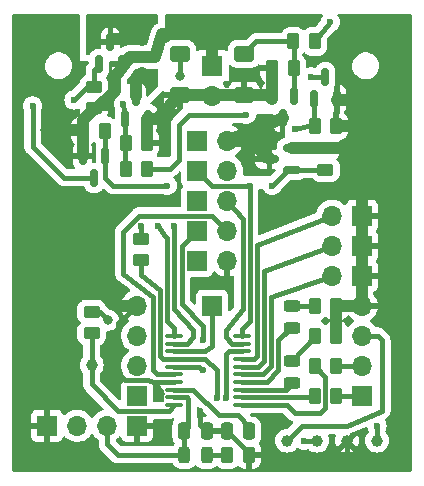
<source format=gbr>
G04 #@! TF.GenerationSoftware,KiCad,Pcbnew,(7.0.0)*
G04 #@! TF.CreationDate,2023-04-26T14:40:12+01:00*
G04 #@! TF.ProjectId,Tims_I2C_AI_DC_Motor_Driver 2P 2N,54696d73-5f49-4324-935f-41495f44435f,rev?*
G04 #@! TF.SameCoordinates,Original*
G04 #@! TF.FileFunction,Copper,L1,Top*
G04 #@! TF.FilePolarity,Positive*
%FSLAX46Y46*%
G04 Gerber Fmt 4.6, Leading zero omitted, Abs format (unit mm)*
G04 Created by KiCad (PCBNEW (7.0.0)) date 2023-04-26 14:40:12*
%MOMM*%
%LPD*%
G01*
G04 APERTURE LIST*
G04 Aperture macros list*
%AMRoundRect*
0 Rectangle with rounded corners*
0 $1 Rounding radius*
0 $2 $3 $4 $5 $6 $7 $8 $9 X,Y pos of 4 corners*
0 Add a 4 corners polygon primitive as box body*
4,1,4,$2,$3,$4,$5,$6,$7,$8,$9,$2,$3,0*
0 Add four circle primitives for the rounded corners*
1,1,$1+$1,$2,$3*
1,1,$1+$1,$4,$5*
1,1,$1+$1,$6,$7*
1,1,$1+$1,$8,$9*
0 Add four rect primitives between the rounded corners*
20,1,$1+$1,$2,$3,$4,$5,0*
20,1,$1+$1,$4,$5,$6,$7,0*
20,1,$1+$1,$6,$7,$8,$9,0*
20,1,$1+$1,$8,$9,$2,$3,0*%
G04 Aperture macros list end*
G04 #@! TA.AperFunction,SMDPad,CuDef*
%ADD10RoundRect,0.150000X0.150000X-0.587500X0.150000X0.587500X-0.150000X0.587500X-0.150000X-0.587500X0*%
G04 #@! TD*
G04 #@! TA.AperFunction,SMDPad,CuDef*
%ADD11RoundRect,0.150000X-0.150000X0.587500X-0.150000X-0.587500X0.150000X-0.587500X0.150000X0.587500X0*%
G04 #@! TD*
G04 #@! TA.AperFunction,ComponentPad*
%ADD12R,1.700000X1.700000*%
G04 #@! TD*
G04 #@! TA.AperFunction,ComponentPad*
%ADD13O,1.700000X1.700000*%
G04 #@! TD*
G04 #@! TA.AperFunction,SMDPad,CuDef*
%ADD14RoundRect,0.250000X0.450000X-0.262500X0.450000X0.262500X-0.450000X0.262500X-0.450000X-0.262500X0*%
G04 #@! TD*
G04 #@! TA.AperFunction,SMDPad,CuDef*
%ADD15RoundRect,0.250000X-0.450000X0.262500X-0.450000X-0.262500X0.450000X-0.262500X0.450000X0.262500X0*%
G04 #@! TD*
G04 #@! TA.AperFunction,SMDPad,CuDef*
%ADD16RoundRect,0.250000X-0.262500X-0.450000X0.262500X-0.450000X0.262500X0.450000X-0.262500X0.450000X0*%
G04 #@! TD*
G04 #@! TA.AperFunction,SMDPad,CuDef*
%ADD17RoundRect,0.100000X-0.637500X-0.100000X0.637500X-0.100000X0.637500X0.100000X-0.637500X0.100000X0*%
G04 #@! TD*
G04 #@! TA.AperFunction,SMDPad,CuDef*
%ADD18C,1.000000*%
G04 #@! TD*
G04 #@! TA.AperFunction,SMDPad,CuDef*
%ADD19RoundRect,0.250000X0.262500X0.450000X-0.262500X0.450000X-0.262500X-0.450000X0.262500X-0.450000X0*%
G04 #@! TD*
G04 #@! TA.AperFunction,SMDPad,CuDef*
%ADD20RoundRect,0.250000X0.250000X0.475000X-0.250000X0.475000X-0.250000X-0.475000X0.250000X-0.475000X0*%
G04 #@! TD*
G04 #@! TA.AperFunction,SMDPad,CuDef*
%ADD21RoundRect,0.243750X0.243750X0.456250X-0.243750X0.456250X-0.243750X-0.456250X0.243750X-0.456250X0*%
G04 #@! TD*
G04 #@! TA.AperFunction,SMDPad,CuDef*
%ADD22RoundRect,0.150000X0.587500X0.150000X-0.587500X0.150000X-0.587500X-0.150000X0.587500X-0.150000X0*%
G04 #@! TD*
G04 #@! TA.AperFunction,SMDPad,CuDef*
%ADD23RoundRect,0.250000X0.600000X-0.400000X0.600000X0.400000X-0.600000X0.400000X-0.600000X-0.400000X0*%
G04 #@! TD*
G04 #@! TA.AperFunction,SMDPad,CuDef*
%ADD24RoundRect,0.243750X-0.456250X0.243750X-0.456250X-0.243750X0.456250X-0.243750X0.456250X0.243750X0*%
G04 #@! TD*
G04 #@! TA.AperFunction,SMDPad,CuDef*
%ADD25RoundRect,0.250000X-0.250000X-0.475000X0.250000X-0.475000X0.250000X0.475000X-0.250000X0.475000X0*%
G04 #@! TD*
G04 #@! TA.AperFunction,ViaPad*
%ADD26C,0.800000*%
G04 #@! TD*
G04 #@! TA.AperFunction,ViaPad*
%ADD27C,0.600000*%
G04 #@! TD*
G04 #@! TA.AperFunction,ViaPad*
%ADD28C,1.200000*%
G04 #@! TD*
G04 #@! TA.AperFunction,ViaPad*
%ADD29C,1.400000*%
G04 #@! TD*
G04 #@! TA.AperFunction,Conductor*
%ADD30C,0.400000*%
G04 #@! TD*
G04 #@! TA.AperFunction,Conductor*
%ADD31C,1.000000*%
G04 #@! TD*
G04 APERTURE END LIST*
D10*
X157211000Y-95937500D03*
X159111000Y-95937500D03*
X158161000Y-94062500D03*
D11*
X139511000Y-100725000D03*
X137611000Y-100725000D03*
X138561000Y-102600000D03*
D10*
X139011000Y-92937500D03*
X140911000Y-92937500D03*
X139961000Y-91062500D03*
D12*
X147290999Y-107065999D03*
D13*
X149830999Y-107065999D03*
D12*
X147290999Y-99445999D03*
D13*
X149830999Y-99445999D03*
D12*
X161260999Y-108335999D03*
D13*
X158720999Y-108335999D03*
D14*
X158161000Y-101912500D03*
X158161000Y-100087500D03*
D12*
X161260999Y-105795999D03*
D13*
X158720999Y-105795999D03*
D15*
X142561000Y-107723500D03*
X142561000Y-109548500D03*
D16*
X155448500Y-91036000D03*
X157273500Y-91036000D03*
X153648500Y-93311000D03*
X155473500Y-93311000D03*
X141248500Y-101836000D03*
X143073500Y-101836000D03*
D12*
X147290999Y-109605999D03*
D13*
X149830999Y-109605999D03*
D17*
X145376000Y-115971000D03*
X145376000Y-116621000D03*
X145376000Y-117271000D03*
X145376000Y-117921000D03*
X145376000Y-118571000D03*
X145376000Y-119221000D03*
X145376000Y-119871000D03*
X145376000Y-120521000D03*
X145376000Y-121171000D03*
X145376000Y-121821000D03*
X151101000Y-121821000D03*
X151101000Y-121171000D03*
X151101000Y-120521000D03*
X151101000Y-119871000D03*
X151101000Y-119221000D03*
X151101000Y-118571000D03*
X151101000Y-117921000D03*
X151101000Y-117271000D03*
X151101000Y-116621000D03*
X151101000Y-115971000D03*
D18*
X138361000Y-118436000D03*
D16*
X157248500Y-115956000D03*
X159073500Y-115956000D03*
D19*
X159073500Y-118496000D03*
X157248500Y-118496000D03*
D20*
X151711000Y-124036000D03*
X149811000Y-124036000D03*
D10*
X141211000Y-97583500D03*
X143111000Y-97583500D03*
X142161000Y-95708500D03*
D21*
X148098500Y-126036000D03*
X146223500Y-126036000D03*
D22*
X155298500Y-101950000D03*
X155298500Y-100050000D03*
X153423500Y-101000000D03*
D11*
X154561000Y-97533500D03*
X153611000Y-95658500D03*
X155511000Y-95658500D03*
D15*
X138561000Y-94887500D03*
X138561000Y-96712500D03*
D16*
X157248500Y-113436000D03*
X159073500Y-113436000D03*
D12*
X148560999Y-113415999D03*
D19*
X159073500Y-121036000D03*
X157248500Y-121036000D03*
D16*
X149848500Y-126036000D03*
X151673500Y-126036000D03*
D18*
X159991000Y-124846000D03*
X154911000Y-124846000D03*
D23*
X151261000Y-95586000D03*
X151261000Y-92086000D03*
D12*
X148560999Y-93095999D03*
D13*
X148560999Y-95635999D03*
D24*
X155361000Y-113398500D03*
X155361000Y-115273500D03*
D16*
X157248500Y-98200000D03*
X159073500Y-98200000D03*
D19*
X143073500Y-99636000D03*
X141248500Y-99636000D03*
D24*
X155361000Y-118098500D03*
X155361000Y-119973500D03*
D23*
X145861000Y-95586000D03*
X145861000Y-92086000D03*
D12*
X147290999Y-104525999D03*
D13*
X149830999Y-104525999D03*
D12*
X147290999Y-101985999D03*
D13*
X149830999Y-101985999D03*
D25*
X146211000Y-124036000D03*
X148111000Y-124036000D03*
D15*
X138361000Y-113923500D03*
X138361000Y-115748500D03*
D19*
X139473500Y-98636000D03*
X137648500Y-98636000D03*
D18*
X157451000Y-124846000D03*
X162531000Y-124846000D03*
D12*
X161260999Y-110875999D03*
D13*
X158720999Y-110875999D03*
D12*
X142210999Y-121035999D03*
D13*
X142210999Y-118495999D03*
X142210999Y-115955999D03*
X142210999Y-113415999D03*
D12*
X142210999Y-123575999D03*
D13*
X139670999Y-123575999D03*
D12*
X134590999Y-123575999D03*
D13*
X137130999Y-123575999D03*
D12*
X161260999Y-121035999D03*
D13*
X161260999Y-118495999D03*
X161260999Y-115955999D03*
X161260999Y-113415999D03*
D26*
X139761000Y-114636000D03*
D27*
X142561000Y-106636000D03*
D28*
X134561000Y-98536000D03*
D29*
X138761000Y-107736000D03*
D27*
X147561000Y-122296000D03*
D28*
X142661000Y-90836000D03*
X142661000Y-93836000D03*
D27*
X145361000Y-106696000D03*
X136861000Y-95996000D03*
X153661000Y-103256000D03*
X148961000Y-121236000D03*
X162531000Y-123576000D03*
X151761000Y-103256000D03*
X155561000Y-98436000D03*
X156361000Y-124836000D03*
X149761000Y-121236000D03*
X143961000Y-106636000D03*
X144761000Y-103236000D03*
D26*
X145861000Y-93996000D03*
D27*
X141061000Y-96336000D03*
X133361000Y-96496000D03*
X158561000Y-89396000D03*
X156961000Y-94036000D03*
X151461000Y-97236000D03*
X147761000Y-116336000D03*
X147761000Y-118896000D03*
D30*
X146986000Y-120521000D02*
X149161000Y-122696000D01*
X145376000Y-120521000D02*
X146986000Y-120521000D01*
X149161000Y-122696000D02*
X150761000Y-122696000D01*
X150761000Y-122696000D02*
X151711000Y-123646000D01*
X151711000Y-123646000D02*
X151711000Y-124036000D01*
X151379530Y-124036000D02*
X151711000Y-124036000D01*
X157248500Y-115956000D02*
X155361000Y-118098500D01*
X139671000Y-125146000D02*
X140561000Y-126036000D01*
X140561000Y-126036000D02*
X146223500Y-126036000D01*
X161261000Y-115956000D02*
X162581000Y-115956000D01*
X162961000Y-116336000D02*
X162961000Y-122306000D01*
X139048500Y-113923500D02*
X139761000Y-114636000D01*
X146436000Y-121171000D02*
X146561000Y-121296000D01*
X146561000Y-123686000D02*
X146211000Y-124036000D01*
X162961000Y-122306000D02*
X159991000Y-123576000D01*
X139671000Y-123576000D02*
X139671000Y-125146000D01*
X138361000Y-113923500D02*
X139048500Y-113923500D01*
X159991000Y-123576000D02*
X156181000Y-123576000D01*
X146223500Y-124048500D02*
X146211000Y-124036000D01*
X145376000Y-121171000D02*
X146436000Y-121171000D01*
X162581000Y-115956000D02*
X162961000Y-116336000D01*
X146223500Y-126036000D02*
X146223500Y-124048500D01*
X156181000Y-123576000D02*
X154911000Y-124846000D01*
X146561000Y-121296000D02*
X146561000Y-123686000D01*
X142561000Y-107723500D02*
X142561000Y-106636000D01*
D31*
X140441000Y-113416000D02*
X138761000Y-111736000D01*
X137611000Y-100698500D02*
X137611000Y-98673500D01*
X142211000Y-113416000D02*
X140441000Y-113416000D01*
X161261000Y-96000000D02*
X159111000Y-95973500D01*
D30*
X162961000Y-126036000D02*
X153641000Y-126036000D01*
D31*
X138761000Y-107736000D02*
X138761000Y-107723500D01*
X147861000Y-90436000D02*
X148561000Y-91136000D01*
X159073500Y-98200000D02*
X161261000Y-98200000D01*
X148561000Y-91136000D02*
X148561000Y-93096000D01*
X141598500Y-92336000D02*
X143761000Y-92336000D01*
D30*
X143161000Y-119736000D02*
X141161000Y-119736000D01*
D31*
X144361000Y-90436000D02*
X147861000Y-90436000D01*
D30*
X151673500Y-125848500D02*
X151673500Y-126036000D01*
D31*
X148401000Y-92936000D02*
X148561000Y-93096000D01*
X140361000Y-94036000D02*
X141598500Y-92336000D01*
D30*
X163961000Y-125036000D02*
X162961000Y-126036000D01*
X140561000Y-114896000D02*
X142211000Y-113416000D01*
X151673500Y-126036000D02*
X153641000Y-126036000D01*
X143536000Y-119871000D02*
X143161000Y-119736000D01*
D31*
X161261000Y-105796000D02*
X161261000Y-113416000D01*
X134561000Y-98536000D02*
X137548500Y-98536000D01*
X140361000Y-95236000D02*
X140361000Y-94036000D01*
X161261000Y-105796000D02*
X161261000Y-100000000D01*
X138761000Y-111736000D02*
X138761000Y-107736000D01*
X138561000Y-96748500D02*
X138724828Y-96748500D01*
X161261000Y-113416000D02*
X159073500Y-113416000D01*
D30*
X140561000Y-119096000D02*
X140561000Y-114896000D01*
X147561000Y-123486000D02*
X148111000Y-124036000D01*
X159991000Y-126036000D02*
X159991000Y-124846000D01*
X161261000Y-113416000D02*
X162941000Y-113416000D01*
X162941000Y-113416000D02*
X163961000Y-114436000D01*
X145376000Y-119871000D02*
X143536000Y-119871000D01*
D31*
X138561000Y-96748500D02*
X137648500Y-97661000D01*
X143761000Y-92336000D02*
X144361000Y-90436000D01*
D30*
X148111000Y-124036000D02*
X149811000Y-124036000D01*
X141161000Y-119736000D02*
X140561000Y-119096000D01*
X149811000Y-124036000D02*
X149861000Y-124036000D01*
D31*
X159073500Y-113416000D02*
X159073500Y-115956000D01*
X161261000Y-100000000D02*
X161261000Y-96000000D01*
X137648500Y-97661000D02*
X137648500Y-98636000D01*
X155298500Y-100050000D02*
X161211000Y-100050000D01*
D30*
X163961000Y-114436000D02*
X163961000Y-125036000D01*
D31*
X138724828Y-96748500D02*
X140361000Y-95236000D01*
D30*
X149861000Y-124036000D02*
X151673500Y-125848500D01*
X147561000Y-122296000D02*
X147561000Y-123486000D01*
X151101000Y-120521000D02*
X154813500Y-120521000D01*
X154813500Y-120521000D02*
X155361000Y-119973500D01*
X155278500Y-113416000D02*
X155261000Y-113398500D01*
X157248500Y-113416000D02*
X155278500Y-113416000D01*
X153186000Y-119871000D02*
X154161000Y-118896000D01*
X154161000Y-118896000D02*
X154161000Y-116296000D01*
X151101000Y-119871000D02*
X153186000Y-119871000D01*
X154161000Y-116296000D02*
X155261000Y-115273500D01*
X148098500Y-126036000D02*
X149848500Y-126036000D01*
D31*
X142161000Y-94336000D02*
X142661000Y-93836000D01*
X142161000Y-95698500D02*
X142161000Y-94336000D01*
X142661000Y-90836000D02*
X140273500Y-90836000D01*
X153298500Y-95586000D02*
X153611000Y-95898500D01*
X143873500Y-97573500D02*
X145861000Y-95586000D01*
X143073500Y-99636000D02*
X143073500Y-97611000D01*
X153648500Y-93311000D02*
X153648500Y-95861000D01*
X143111000Y-97573500D02*
X143873500Y-97573500D01*
X145861000Y-95586000D02*
X153298500Y-95586000D01*
X151811000Y-99446000D02*
X149831000Y-99446000D01*
X153423500Y-101000000D02*
X152161000Y-99796000D01*
X149831000Y-99446000D02*
X154561000Y-97533500D01*
X152161000Y-99796000D02*
X151811000Y-99446000D01*
D30*
X146961000Y-115436000D02*
X146961000Y-116096000D01*
X136861000Y-95996000D02*
X137933500Y-94923500D01*
X138561000Y-93473500D02*
X139011000Y-92937500D01*
X146436000Y-116621000D02*
X146961000Y-116096000D01*
X138561000Y-94923500D02*
X138561000Y-93473500D01*
X145361000Y-106696000D02*
X145361000Y-113696000D01*
X137933500Y-94923500D02*
X138561000Y-94923500D01*
X145376000Y-116621000D02*
X146436000Y-116621000D01*
X145361000Y-113696000D02*
X146961000Y-115436000D01*
X151101000Y-116621000D02*
X150286000Y-116621000D01*
X151161000Y-113696000D02*
X151161000Y-106096000D01*
X154967000Y-101950000D02*
X153661000Y-103256000D01*
X150286000Y-116621000D02*
X149761000Y-116096000D01*
X158161000Y-101912500D02*
X155336000Y-101912500D01*
X149761000Y-115496000D02*
X151161000Y-113696000D01*
X151161000Y-106096000D02*
X149831000Y-104526000D01*
X149761000Y-116096000D02*
X149761000Y-115496000D01*
X159073500Y-118496000D02*
X161261000Y-118496000D01*
X159073500Y-121036000D02*
X161261000Y-121036000D01*
X145376000Y-117921000D02*
X144386000Y-117921000D01*
X142561000Y-110836000D02*
X142561000Y-109548500D01*
X162531000Y-124846000D02*
X162531000Y-123576000D01*
X144161000Y-117696000D02*
X144161000Y-112096000D01*
X144386000Y-117921000D02*
X144161000Y-117696000D01*
X145376000Y-117921000D02*
X147986000Y-117921000D01*
X144161000Y-112096000D02*
X142561000Y-110836000D01*
X147986000Y-117921000D02*
X148961000Y-118896000D01*
X148961000Y-118896000D02*
X148961000Y-121236000D01*
X152311000Y-91036000D02*
X151261000Y-92086000D01*
X155473500Y-91036000D02*
X155473500Y-95861000D01*
X155448500Y-91036000D02*
X152311000Y-91036000D01*
X151761000Y-114696000D02*
X151101000Y-115356000D01*
X157048500Y-98096000D02*
X155561000Y-98436000D01*
X148561000Y-103256000D02*
X147291000Y-101986000D01*
X151101000Y-115356000D02*
X151101000Y-115971000D01*
X157211000Y-95973500D02*
X157211000Y-97998500D01*
X151761000Y-103256000D02*
X148561000Y-103256000D01*
X146811000Y-101986000D02*
X147291000Y-101986000D01*
X151761000Y-103256000D02*
X151761000Y-114696000D01*
X157451000Y-124846000D02*
X156361000Y-124836000D01*
X149761000Y-117496000D02*
X149761000Y-121236000D01*
X151101000Y-117271000D02*
X149986000Y-117271000D01*
X149986000Y-117271000D02*
X149761000Y-117496000D01*
X143961000Y-106636000D02*
X144561000Y-107496000D01*
X139511000Y-102586000D02*
X139511000Y-100698500D01*
X144761000Y-103236000D02*
X140161000Y-103236000D01*
X144761000Y-107696000D02*
X144761000Y-114696000D01*
X145376000Y-115311000D02*
X145376000Y-115971000D01*
X144761000Y-114696000D02*
X145376000Y-115311000D01*
X144561000Y-107496000D02*
X144761000Y-107696000D01*
X140161000Y-103236000D02*
X139511000Y-102586000D01*
X139511000Y-100698500D02*
X139511000Y-98673500D01*
X145861000Y-92086000D02*
X145861000Y-93996000D01*
X141061000Y-96336000D02*
X141211000Y-97573500D01*
X141211000Y-97573500D02*
X141211000Y-101798500D01*
X138361000Y-115748500D02*
X138361000Y-118436000D01*
X138361000Y-118436000D02*
X138361000Y-120076000D01*
X140561000Y-122296000D02*
X144901000Y-122296000D01*
X138361000Y-120076000D02*
X140561000Y-122296000D01*
X144901000Y-122296000D02*
X145376000Y-121821000D01*
X133361000Y-99936000D02*
X135998500Y-102573500D01*
X133361000Y-96496000D02*
X133361000Y-99936000D01*
X135998500Y-102573500D02*
X138561000Y-102573500D01*
X158561000Y-89396000D02*
X157273500Y-91036000D01*
X146601000Y-97236000D02*
X145761000Y-98076000D01*
X151461000Y-97236000D02*
X146601000Y-97236000D01*
X144961000Y-101836000D02*
X143073500Y-101836000D01*
X145761000Y-101036000D02*
X144961000Y-101836000D01*
X158161000Y-94036000D02*
X156961000Y-94036000D01*
X145761000Y-98076000D02*
X145761000Y-101036000D01*
X155561000Y-122496000D02*
X157701000Y-122496000D01*
X157701000Y-122496000D02*
X158161000Y-122036000D01*
X154886000Y-121821000D02*
X155561000Y-122496000D01*
X151101000Y-121821000D02*
X154886000Y-121821000D01*
X158161000Y-119408500D02*
X157248500Y-118496000D01*
X158161000Y-122036000D02*
X158161000Y-119408500D01*
X151101000Y-121171000D02*
X157113500Y-121171000D01*
X157113500Y-121171000D02*
X157248500Y-121036000D01*
X145376000Y-117271000D02*
X147961000Y-117271000D01*
X147961000Y-117271000D02*
X148561000Y-116796000D01*
X148561000Y-116796000D02*
X148561000Y-113416000D01*
X141061000Y-107136000D02*
X142361000Y-105796000D01*
X145376000Y-119221000D02*
X143886000Y-119221000D01*
X148561000Y-105796000D02*
X149831000Y-107066000D01*
X143886000Y-119221000D02*
X143561000Y-118896000D01*
X143561000Y-118896000D02*
X143561000Y-112696000D01*
X142361000Y-105796000D02*
X148561000Y-105796000D01*
X141061000Y-110696000D02*
X141061000Y-107136000D01*
X143561000Y-112696000D02*
X141061000Y-110696000D01*
X146021000Y-108336000D02*
X147291000Y-107066000D01*
X145376000Y-118571000D02*
X147436000Y-118571000D01*
X147761000Y-116336000D02*
X147761000Y-115096000D01*
X147436000Y-118571000D02*
X147761000Y-118896000D01*
X147761000Y-115096000D02*
X146021000Y-113296000D01*
X146021000Y-113296000D02*
X146021000Y-108336000D01*
X151101000Y-119221000D02*
X152836000Y-119221000D01*
X153561000Y-112696000D02*
X158721000Y-110876000D01*
X153561000Y-118496000D02*
X153561000Y-112696000D01*
X152836000Y-119221000D02*
X153561000Y-118496000D01*
X151101000Y-118571000D02*
X152486000Y-118571000D01*
X152486000Y-118571000D02*
X152961000Y-118096000D01*
X152961000Y-110496000D02*
X158721000Y-108336000D01*
X152961000Y-118096000D02*
X152961000Y-110496000D01*
X152136000Y-117921000D02*
X152361000Y-117696000D01*
X152361000Y-108296000D02*
X158721000Y-105796000D01*
X151101000Y-117921000D02*
X152136000Y-117921000D01*
X152361000Y-117696000D02*
X152361000Y-108296000D01*
G04 #@! TA.AperFunction,Conductor*
G36*
X152604339Y-92990703D02*
G01*
X152636433Y-93046290D01*
X152639450Y-93057549D01*
X152652326Y-93061000D01*
X153774500Y-93061000D01*
X153836500Y-93077613D01*
X153881887Y-93123000D01*
X153898500Y-93185000D01*
X153898500Y-94468113D01*
X153889061Y-94515566D01*
X153865368Y-94551024D01*
X153861000Y-94567326D01*
X153861000Y-95784500D01*
X153844387Y-95846500D01*
X153799000Y-95891887D01*
X153737000Y-95908500D01*
X153485000Y-95908500D01*
X153423000Y-95891887D01*
X153377613Y-95846500D01*
X153361000Y-95784500D01*
X153361000Y-94463887D01*
X153370439Y-94416434D01*
X153394131Y-94380975D01*
X153398500Y-94364674D01*
X153398500Y-93577326D01*
X153395049Y-93564450D01*
X153382174Y-93561000D01*
X152652327Y-93561000D01*
X152639451Y-93564450D01*
X152636001Y-93577326D01*
X152636001Y-93807829D01*
X152636321Y-93814111D01*
X152645805Y-93906959D01*
X152648623Y-93920122D01*
X152699370Y-94073267D01*
X152705432Y-94086266D01*
X152789890Y-94223194D01*
X152798794Y-94234455D01*
X152912544Y-94348205D01*
X152923805Y-94357109D01*
X152995577Y-94401379D01*
X153035060Y-94440292D01*
X153053641Y-94492522D01*
X153047607Y-94547629D01*
X153018162Y-94594599D01*
X152948832Y-94663929D01*
X152939344Y-94676161D01*
X152863689Y-94804087D01*
X152857541Y-94818294D01*
X152815478Y-94963077D01*
X152783633Y-95016611D01*
X152729776Y-95047906D01*
X152667497Y-95049066D01*
X152612512Y-95019797D01*
X152578696Y-94967486D01*
X152547629Y-94873732D01*
X152541567Y-94860733D01*
X152457109Y-94723805D01*
X152448205Y-94712544D01*
X152334455Y-94598794D01*
X152323194Y-94589890D01*
X152186266Y-94505432D01*
X152173267Y-94499370D01*
X152020125Y-94448624D01*
X152006958Y-94445805D01*
X151914109Y-94436319D01*
X151907832Y-94436000D01*
X151527326Y-94436000D01*
X151514450Y-94439450D01*
X151511000Y-94452326D01*
X151511000Y-95712000D01*
X151494387Y-95774000D01*
X151449000Y-95819387D01*
X151387000Y-95836000D01*
X149967326Y-95836000D01*
X149953186Y-95839788D01*
X149943294Y-95849681D01*
X149903066Y-95876561D01*
X149855613Y-95886000D01*
X147266387Y-95886000D01*
X147218934Y-95876561D01*
X147178706Y-95849681D01*
X147168813Y-95839788D01*
X147154674Y-95836000D01*
X146127326Y-95836000D01*
X146114450Y-95839450D01*
X146111000Y-95852326D01*
X146111000Y-96672666D01*
X146101561Y-96720119D01*
X146074681Y-96760347D01*
X145277803Y-97557225D01*
X145272351Y-97562357D01*
X145232401Y-97597750D01*
X145232394Y-97597757D01*
X145226785Y-97602727D01*
X145222527Y-97608894D01*
X145222522Y-97608901D01*
X145192201Y-97652827D01*
X145187765Y-97658855D01*
X145154853Y-97700865D01*
X145154848Y-97700872D01*
X145150225Y-97706774D01*
X145147148Y-97713608D01*
X145147146Y-97713613D01*
X145145963Y-97716243D01*
X145134949Y-97735771D01*
X145133305Y-97738153D01*
X145133302Y-97738158D01*
X145129046Y-97744325D01*
X145126389Y-97751328D01*
X145126387Y-97751334D01*
X145107457Y-97801246D01*
X145104593Y-97808161D01*
X145082685Y-97856839D01*
X145082683Y-97856844D01*
X145079611Y-97863671D01*
X145078261Y-97871033D01*
X145078257Y-97871048D01*
X145077737Y-97873890D01*
X145071715Y-97895493D01*
X145070695Y-97898182D01*
X145070693Y-97898188D01*
X145068035Y-97905199D01*
X145067131Y-97912640D01*
X145067131Y-97912642D01*
X145060696Y-97965632D01*
X145059569Y-97973032D01*
X145049950Y-98025525D01*
X145049949Y-98025530D01*
X145048598Y-98032907D01*
X145049050Y-98040386D01*
X145049050Y-98040394D01*
X145052274Y-98093676D01*
X145052500Y-98101163D01*
X145052500Y-100672000D01*
X145035887Y-100734000D01*
X144990500Y-100779387D01*
X144928500Y-100796000D01*
X143986023Y-100796000D01*
X143929728Y-100782485D01*
X143885705Y-100744885D01*
X143863550Y-100691398D01*
X143868092Y-100633682D01*
X143898342Y-100584319D01*
X143923205Y-100559455D01*
X143932109Y-100548194D01*
X144016567Y-100411266D01*
X144022629Y-100398267D01*
X144073375Y-100245125D01*
X144076194Y-100231958D01*
X144085680Y-100139109D01*
X144086000Y-100132832D01*
X144086000Y-99902326D01*
X144082549Y-99889450D01*
X144069674Y-99886000D01*
X142947500Y-99886000D01*
X142885500Y-99869387D01*
X142840113Y-99824000D01*
X142823500Y-99762000D01*
X142823500Y-99369674D01*
X143323500Y-99369674D01*
X143326950Y-99382549D01*
X143339826Y-99386000D01*
X144069673Y-99386000D01*
X144082548Y-99382549D01*
X144085999Y-99369674D01*
X144085999Y-99139171D01*
X144085678Y-99132888D01*
X144076194Y-99040040D01*
X144073376Y-99026877D01*
X144022629Y-98873732D01*
X144016567Y-98860733D01*
X143932109Y-98723805D01*
X143923205Y-98712544D01*
X143848380Y-98637719D01*
X143819392Y-98592041D01*
X143812611Y-98538368D01*
X143829330Y-98486916D01*
X143858309Y-98437914D01*
X143864458Y-98423705D01*
X143906331Y-98279579D01*
X143908597Y-98267173D01*
X143910808Y-98239076D01*
X143911000Y-98234197D01*
X143911000Y-97849826D01*
X143907549Y-97836950D01*
X143894674Y-97833500D01*
X143377326Y-97833500D01*
X143364450Y-97836950D01*
X143361000Y-97849826D01*
X143361000Y-98778113D01*
X143351561Y-98825566D01*
X143327868Y-98861024D01*
X143323500Y-98877326D01*
X143323500Y-99369674D01*
X142823500Y-99369674D01*
X142823500Y-98478887D01*
X142832939Y-98431434D01*
X142856631Y-98395975D01*
X142861000Y-98379674D01*
X142861000Y-97457500D01*
X142877613Y-97395500D01*
X142923000Y-97350113D01*
X142985000Y-97333500D01*
X143894674Y-97333500D01*
X143907549Y-97330049D01*
X143911000Y-97317174D01*
X143911000Y-96932803D01*
X143910808Y-96927923D01*
X143908597Y-96899826D01*
X143906331Y-96887420D01*
X143864458Y-96743294D01*
X143858310Y-96729087D01*
X143782655Y-96601161D01*
X143773164Y-96588925D01*
X143668074Y-96483835D01*
X143655838Y-96474344D01*
X143527912Y-96398689D01*
X143513705Y-96392541D01*
X143434388Y-96369497D01*
X143384954Y-96341609D01*
X143353126Y-96294615D01*
X143345571Y-96238362D01*
X143363872Y-96184636D01*
X143404192Y-96144695D01*
X143440986Y-96122148D01*
X143535780Y-96047418D01*
X143550369Y-96032829D01*
X144511001Y-96032829D01*
X144511321Y-96039111D01*
X144520805Y-96131959D01*
X144523623Y-96145122D01*
X144574370Y-96298267D01*
X144580432Y-96311266D01*
X144664890Y-96448194D01*
X144673794Y-96459455D01*
X144787544Y-96573205D01*
X144798805Y-96582109D01*
X144935733Y-96666567D01*
X144948732Y-96672629D01*
X145101874Y-96723375D01*
X145115041Y-96726194D01*
X145207890Y-96735680D01*
X145214168Y-96736000D01*
X145594674Y-96736000D01*
X145607549Y-96732549D01*
X145611000Y-96719674D01*
X145611000Y-95852326D01*
X145607549Y-95839450D01*
X145594674Y-95836000D01*
X144527327Y-95836000D01*
X144514451Y-95839450D01*
X144511001Y-95852326D01*
X144511001Y-96032829D01*
X143550369Y-96032829D01*
X144287780Y-95295418D01*
X144298011Y-95282951D01*
X144353045Y-95244527D01*
X144420041Y-95240410D01*
X144479367Y-95271809D01*
X144513639Y-95329523D01*
X144514450Y-95332549D01*
X144527326Y-95336000D01*
X147155613Y-95336000D01*
X147203066Y-95345439D01*
X147243294Y-95372319D01*
X147253186Y-95382211D01*
X147267326Y-95386000D01*
X149854674Y-95386000D01*
X149868813Y-95382211D01*
X149878706Y-95372319D01*
X149918934Y-95345439D01*
X149966387Y-95336000D01*
X150994674Y-95336000D01*
X151007549Y-95332549D01*
X151011000Y-95319674D01*
X151011000Y-94452327D01*
X151007549Y-94439451D01*
X150994674Y-94436001D01*
X150614171Y-94436001D01*
X150607888Y-94436321D01*
X150515040Y-94445805D01*
X150501877Y-94448623D01*
X150348732Y-94499370D01*
X150335733Y-94505432D01*
X150198805Y-94589890D01*
X150187544Y-94598794D01*
X150073794Y-94712544D01*
X150064890Y-94723805D01*
X149980432Y-94860733D01*
X149974371Y-94873730D01*
X149955831Y-94929681D01*
X149926315Y-94977845D01*
X149878498Y-95007920D01*
X149822302Y-95013662D01*
X149769389Y-94993882D01*
X149735520Y-94957777D01*
X149734600Y-94958422D01*
X149602215Y-94769357D01*
X149595280Y-94761092D01*
X149483272Y-94649084D01*
X149451976Y-94596338D01*
X149449787Y-94535045D01*
X149477240Y-94480200D01*
X149527617Y-94445222D01*
X149600139Y-94418173D01*
X149638628Y-94403818D01*
X149681961Y-94396000D01*
X149944674Y-94396000D01*
X149961000Y-94396000D01*
X149961000Y-93158044D01*
X149974515Y-93101749D01*
X150012115Y-93057726D01*
X150065602Y-93035571D01*
X150123318Y-93040113D01*
X150172681Y-93070362D01*
X150187348Y-93085030D01*
X150286419Y-93146137D01*
X150332112Y-93174322D01*
X150332114Y-93174323D01*
X150338262Y-93178115D01*
X150506574Y-93233887D01*
X150610455Y-93244500D01*
X151911544Y-93244499D01*
X152015426Y-93233887D01*
X152183738Y-93178115D01*
X152334652Y-93085030D01*
X152428980Y-92990701D01*
X152484564Y-92958610D01*
X152548751Y-92958610D01*
X152604339Y-92990703D01*
G37*
G04 #@! TD.AperFunction*
G04 #@! TA.AperFunction,Conductor*
G36*
X137299000Y-88712613D02*
G01*
X137344387Y-88758000D01*
X137361000Y-88820000D01*
X137361000Y-92696000D01*
X138022653Y-92696000D01*
X138089285Y-92715424D01*
X138135042Y-92767611D01*
X138145589Y-92836210D01*
X138117621Y-92899731D01*
X138057903Y-92970861D01*
X138045166Y-92983942D01*
X138032401Y-92995251D01*
X138032398Y-92995253D01*
X138026785Y-93000227D01*
X138022525Y-93006397D01*
X138022520Y-93006404D01*
X138000209Y-93038726D01*
X137993497Y-93047534D01*
X137993222Y-93047904D01*
X137990821Y-93050765D01*
X137988782Y-93053893D01*
X137988775Y-93053903D01*
X137973450Y-93077416D01*
X137971619Y-93080145D01*
X137933305Y-93135654D01*
X137929046Y-93141825D01*
X137926507Y-93148516D01*
X137926352Y-93148783D01*
X137926157Y-93149180D01*
X137924691Y-93152067D01*
X137924482Y-93152464D01*
X137924358Y-93152748D01*
X137920453Y-93158742D01*
X137917983Y-93165815D01*
X137917982Y-93165818D01*
X137895750Y-93229492D01*
X137894624Y-93232583D01*
X137870692Y-93295690D01*
X137870690Y-93295697D01*
X137868035Y-93302699D01*
X137867173Y-93309794D01*
X137867082Y-93310102D01*
X137866984Y-93310552D01*
X137866249Y-93313717D01*
X137866148Y-93314124D01*
X137866097Y-93314425D01*
X137863739Y-93321180D01*
X137863033Y-93328638D01*
X137863033Y-93328643D01*
X137856681Y-93395838D01*
X137856328Y-93399108D01*
X137853168Y-93425138D01*
X137852500Y-93430641D01*
X137852500Y-93434389D01*
X137852466Y-93434952D01*
X137851950Y-93445902D01*
X137848253Y-93485007D01*
X137848253Y-93485012D01*
X137847548Y-93492472D01*
X137848648Y-93499885D01*
X137848649Y-93499889D01*
X137851155Y-93516762D01*
X137852500Y-93534976D01*
X137852500Y-93824858D01*
X137833082Y-93891481D01*
X137787423Y-93931524D01*
X137788262Y-93932885D01*
X137666612Y-94007920D01*
X137637348Y-94025970D01*
X137632240Y-94031077D01*
X137632236Y-94031081D01*
X137517081Y-94146236D01*
X137517077Y-94146240D01*
X137511970Y-94151348D01*
X137508178Y-94157495D01*
X137508177Y-94157497D01*
X137422677Y-94296112D01*
X137422672Y-94296121D01*
X137418885Y-94302262D01*
X137416613Y-94309115D01*
X137416611Y-94309122D01*
X137363113Y-94470574D01*
X137362447Y-94470353D01*
X137353599Y-94494249D01*
X137332355Y-94522673D01*
X136657346Y-95197682D01*
X136610621Y-95227042D01*
X136555961Y-95246169D01*
X136507985Y-95262957D01*
X136502097Y-95266656D01*
X136502088Y-95266661D01*
X136359619Y-95356181D01*
X136359614Y-95356184D01*
X136353719Y-95359889D01*
X136348794Y-95364813D01*
X136348790Y-95364817D01*
X136229817Y-95483790D01*
X136229813Y-95483794D01*
X136224889Y-95488719D01*
X136221184Y-95494614D01*
X136221181Y-95494619D01*
X136131659Y-95637092D01*
X136131656Y-95637097D01*
X136127957Y-95642985D01*
X136125660Y-95649547D01*
X136125658Y-95649553D01*
X136070083Y-95808378D01*
X136070081Y-95808383D01*
X136067783Y-95814953D01*
X136067003Y-95821867D01*
X136067002Y-95821876D01*
X136057012Y-95910547D01*
X136047384Y-95996000D01*
X136048164Y-96002923D01*
X136067002Y-96170123D01*
X136067003Y-96170130D01*
X136067783Y-96177047D01*
X136070082Y-96183618D01*
X136070083Y-96183621D01*
X136124955Y-96340438D01*
X136127957Y-96349015D01*
X136131658Y-96354905D01*
X136131659Y-96354907D01*
X136209703Y-96479113D01*
X136224889Y-96503281D01*
X136353719Y-96632111D01*
X136507985Y-96729043D01*
X136679953Y-96789217D01*
X136861000Y-96809616D01*
X137042047Y-96789217D01*
X137196044Y-96735331D01*
X137254334Y-96729589D01*
X137308755Y-96751242D01*
X137347167Y-96795458D01*
X137361000Y-96852371D01*
X137361000Y-97021828D01*
X137361321Y-97028111D01*
X137370805Y-97120959D01*
X137373623Y-97134122D01*
X137420551Y-97275740D01*
X137425842Y-97330482D01*
X137406938Y-97382128D01*
X137367558Y-97420518D01*
X137315448Y-97438102D01*
X137240038Y-97445806D01*
X137226877Y-97448623D01*
X137073732Y-97499370D01*
X137060733Y-97505432D01*
X136923805Y-97589890D01*
X136912544Y-97598794D01*
X136798794Y-97712544D01*
X136789890Y-97723805D01*
X136705432Y-97860733D01*
X136699370Y-97873732D01*
X136648624Y-98026874D01*
X136645805Y-98040041D01*
X136636319Y-98132890D01*
X136636000Y-98139168D01*
X136636000Y-98369674D01*
X136639450Y-98382549D01*
X136652326Y-98386000D01*
X137774500Y-98386000D01*
X137836500Y-98402613D01*
X137881887Y-98448000D01*
X137898500Y-98510000D01*
X137898500Y-99793113D01*
X137889061Y-99840566D01*
X137865368Y-99876024D01*
X137861000Y-99892326D01*
X137861000Y-100458674D01*
X137864450Y-100471549D01*
X137877326Y-100475000D01*
X138394674Y-100475000D01*
X138407549Y-100471549D01*
X138411000Y-100458674D01*
X138411000Y-100074303D01*
X138410808Y-100069423D01*
X138408597Y-100041326D01*
X138406331Y-100028920D01*
X138364458Y-99884794D01*
X138358310Y-99870586D01*
X138342232Y-99843399D01*
X138325155Y-99787150D01*
X138335902Y-99729358D01*
X138372057Y-99683008D01*
X138384452Y-99673207D01*
X138467307Y-99590352D01*
X138522895Y-99558258D01*
X138587082Y-99558258D01*
X138642670Y-99590352D01*
X138737348Y-99685030D01*
X138740044Y-99686693D01*
X138774974Y-99731475D01*
X138785719Y-99789266D01*
X138768642Y-99845512D01*
X138751855Y-99873899D01*
X138749679Y-99881388D01*
X138749678Y-99881391D01*
X138719149Y-99986475D01*
X138705438Y-100033669D01*
X138704941Y-100039976D01*
X138704940Y-100039985D01*
X138702691Y-100068563D01*
X138702690Y-100068579D01*
X138702500Y-100070998D01*
X138702500Y-100073443D01*
X138702500Y-101230000D01*
X138685887Y-101292000D01*
X138640500Y-101337387D01*
X138578500Y-101354000D01*
X138535000Y-101354000D01*
X138473000Y-101337387D01*
X138427613Y-101292000D01*
X138411000Y-101230000D01*
X138411000Y-100991326D01*
X138407549Y-100978450D01*
X138394674Y-100975000D01*
X136827326Y-100975000D01*
X136814450Y-100978450D01*
X136811000Y-100991326D01*
X136811000Y-101375697D01*
X136811191Y-101380576D01*
X136813402Y-101408673D01*
X136815668Y-101421079D01*
X136857541Y-101565205D01*
X136863689Y-101579412D01*
X136921922Y-101677879D01*
X136939186Y-101740026D01*
X136922900Y-101802437D01*
X136877471Y-101848224D01*
X136815190Y-101865000D01*
X136343332Y-101865000D01*
X136295879Y-101855561D01*
X136255651Y-101828681D01*
X134105819Y-99678849D01*
X134078939Y-99638621D01*
X134069500Y-99591168D01*
X134069500Y-99132829D01*
X136636001Y-99132829D01*
X136636321Y-99139111D01*
X136645805Y-99231959D01*
X136648623Y-99245122D01*
X136699370Y-99398267D01*
X136705432Y-99411266D01*
X136789890Y-99548194D01*
X136798794Y-99559455D01*
X136887183Y-99647844D01*
X136916171Y-99693521D01*
X136922952Y-99747194D01*
X136906235Y-99798645D01*
X136863688Y-99870589D01*
X136857541Y-99884794D01*
X136815668Y-100028920D01*
X136813402Y-100041326D01*
X136811191Y-100069423D01*
X136811000Y-100074303D01*
X136811000Y-100458674D01*
X136814450Y-100471549D01*
X136827326Y-100475000D01*
X137344674Y-100475000D01*
X137357549Y-100471549D01*
X137361000Y-100458674D01*
X137361000Y-99530387D01*
X137370439Y-99482934D01*
X137394131Y-99447475D01*
X137398500Y-99431174D01*
X137398500Y-98902326D01*
X137395049Y-98889450D01*
X137382174Y-98886000D01*
X136652327Y-98886000D01*
X136639451Y-98889450D01*
X136636001Y-98902326D01*
X136636001Y-99132829D01*
X134069500Y-99132829D01*
X134069500Y-96923799D01*
X134087511Y-96861279D01*
X134087317Y-96861186D01*
X134087867Y-96860042D01*
X134088506Y-96857827D01*
X134094043Y-96849015D01*
X134154217Y-96677047D01*
X134174616Y-96496000D01*
X134154217Y-96314953D01*
X134094043Y-96142985D01*
X133997111Y-95988719D01*
X133868281Y-95859889D01*
X133833609Y-95838103D01*
X133719907Y-95766659D01*
X133719905Y-95766658D01*
X133714015Y-95762957D01*
X133707449Y-95760659D01*
X133707446Y-95760658D01*
X133548621Y-95705083D01*
X133548618Y-95705082D01*
X133542047Y-95702783D01*
X133535130Y-95702003D01*
X133535123Y-95702002D01*
X133367923Y-95683164D01*
X133361000Y-95682384D01*
X133354077Y-95683164D01*
X133186876Y-95702002D01*
X133186867Y-95702003D01*
X133179953Y-95702783D01*
X133173383Y-95705081D01*
X133173378Y-95705083D01*
X133014553Y-95760658D01*
X133014547Y-95760660D01*
X133007985Y-95762957D01*
X133002097Y-95766656D01*
X133002092Y-95766659D01*
X132859619Y-95856181D01*
X132859614Y-95856184D01*
X132853719Y-95859889D01*
X132848794Y-95864813D01*
X132848790Y-95864817D01*
X132729817Y-95983790D01*
X132729813Y-95983794D01*
X132724889Y-95988719D01*
X132721184Y-95994614D01*
X132721181Y-95994619D01*
X132631659Y-96137092D01*
X132631656Y-96137097D01*
X132627957Y-96142985D01*
X132625660Y-96149547D01*
X132625658Y-96149553D01*
X132570083Y-96308378D01*
X132570081Y-96308383D01*
X132567783Y-96314953D01*
X132567003Y-96321867D01*
X132567002Y-96321876D01*
X132549287Y-96479113D01*
X132547384Y-96496000D01*
X132548164Y-96502923D01*
X132567002Y-96670123D01*
X132567003Y-96670130D01*
X132567783Y-96677047D01*
X132570082Y-96683618D01*
X132570083Y-96683621D01*
X132624277Y-96838500D01*
X132627957Y-96849015D01*
X132631659Y-96854906D01*
X132633494Y-96857827D01*
X132634132Y-96860042D01*
X132634683Y-96861186D01*
X132634488Y-96861279D01*
X132652500Y-96923799D01*
X132652500Y-99910837D01*
X132652274Y-99918324D01*
X132649050Y-99971605D01*
X132649050Y-99971612D01*
X132648598Y-99979093D01*
X132649949Y-99986469D01*
X132649950Y-99986475D01*
X132659569Y-100038969D01*
X132660696Y-100046369D01*
X132667131Y-100099360D01*
X132668035Y-100106801D01*
X132670691Y-100113806D01*
X132670693Y-100113812D01*
X132671713Y-100116500D01*
X132677737Y-100138109D01*
X132679611Y-100148329D01*
X132682685Y-100155161D01*
X132682688Y-100155168D01*
X132704597Y-100203848D01*
X132707463Y-100210766D01*
X132729046Y-100267675D01*
X132733305Y-100273845D01*
X132734942Y-100276217D01*
X132745962Y-100295756D01*
X132747143Y-100298381D01*
X132747147Y-100298388D01*
X132750225Y-100305226D01*
X132754849Y-100311129D01*
X132754851Y-100311131D01*
X132787761Y-100353137D01*
X132792199Y-100359168D01*
X132826785Y-100409273D01*
X132832397Y-100414245D01*
X132832400Y-100414248D01*
X132872351Y-100449641D01*
X132877805Y-100454775D01*
X135479723Y-103056693D01*
X135484842Y-103062130D01*
X135525227Y-103107715D01*
X135531396Y-103111973D01*
X135531397Y-103111974D01*
X135575322Y-103142293D01*
X135581351Y-103146729D01*
X135629274Y-103184275D01*
X135638739Y-103188535D01*
X135658280Y-103199555D01*
X135666825Y-103205454D01*
X135673843Y-103208115D01*
X135673844Y-103208116D01*
X135723735Y-103227037D01*
X135730656Y-103229904D01*
X135779322Y-103251806D01*
X135786170Y-103254888D01*
X135796371Y-103256757D01*
X135817995Y-103262784D01*
X135827699Y-103266465D01*
X135888128Y-103273801D01*
X135895525Y-103274926D01*
X135955407Y-103285901D01*
X136008516Y-103282688D01*
X136016165Y-103282226D01*
X136023652Y-103282000D01*
X137659624Y-103282000D01*
X137711243Y-103293255D01*
X137753491Y-103324976D01*
X137778700Y-103371405D01*
X137799675Y-103443601D01*
X137799678Y-103443608D01*
X137801855Y-103451101D01*
X137805825Y-103457815D01*
X137805827Y-103457818D01*
X137863168Y-103554775D01*
X137886547Y-103594307D01*
X138004193Y-103711953D01*
X138147399Y-103796645D01*
X138307169Y-103843062D01*
X138344498Y-103846000D01*
X138775057Y-103846000D01*
X138777502Y-103846000D01*
X138814831Y-103843062D01*
X138974601Y-103796645D01*
X139117807Y-103711953D01*
X139235453Y-103594307D01*
X139258832Y-103554774D01*
X139297485Y-103514256D01*
X139350022Y-103494874D01*
X139405730Y-103500581D01*
X139453245Y-103530215D01*
X139642223Y-103719193D01*
X139647342Y-103724630D01*
X139687727Y-103770215D01*
X139720261Y-103792672D01*
X139737822Y-103804793D01*
X139743851Y-103809229D01*
X139791774Y-103846775D01*
X139801239Y-103851035D01*
X139820780Y-103862055D01*
X139829325Y-103867954D01*
X139850061Y-103875818D01*
X139886233Y-103889536D01*
X139893155Y-103892403D01*
X139948671Y-103917389D01*
X139956049Y-103918741D01*
X139958880Y-103919260D01*
X139980497Y-103925285D01*
X139990199Y-103928965D01*
X140050626Y-103936302D01*
X140058011Y-103937425D01*
X140117908Y-103948402D01*
X140178681Y-103944726D01*
X140186169Y-103944500D01*
X144333201Y-103944500D01*
X144395720Y-103962511D01*
X144395814Y-103962317D01*
X144396957Y-103962867D01*
X144399172Y-103963505D01*
X144407985Y-103969043D01*
X144579953Y-104029217D01*
X144761000Y-104049616D01*
X144942047Y-104029217D01*
X145114015Y-103969043D01*
X145268281Y-103872111D01*
X145397111Y-103743281D01*
X145494043Y-103589015D01*
X145554217Y-103417047D01*
X145574616Y-103236000D01*
X145554217Y-103054953D01*
X145494043Y-102882985D01*
X145397111Y-102728719D01*
X145307451Y-102639059D01*
X145277914Y-102591826D01*
X145272036Y-102536429D01*
X145291003Y-102484049D01*
X145328728Y-102447448D01*
X145330226Y-102446775D01*
X145353404Y-102428616D01*
X145378157Y-102409223D01*
X145384165Y-102404801D01*
X145434273Y-102370215D01*
X145474658Y-102324628D01*
X145479744Y-102319224D01*
X145720820Y-102078149D01*
X145770182Y-102047901D01*
X145827898Y-102043359D01*
X145881386Y-102065514D01*
X145918985Y-102109537D01*
X145932500Y-102165832D01*
X145932500Y-102884638D01*
X145932852Y-102887918D01*
X145932853Y-102887924D01*
X145937718Y-102933180D01*
X145939011Y-102945201D01*
X145941717Y-102952458D01*
X145941719Y-102952463D01*
X145987011Y-103073894D01*
X145990111Y-103082204D01*
X145995425Y-103089303D01*
X145995428Y-103089308D01*
X146064584Y-103181690D01*
X146086483Y-103229642D01*
X146086483Y-103282358D01*
X146064584Y-103330310D01*
X145995428Y-103422691D01*
X145995423Y-103422699D01*
X145990111Y-103429796D01*
X145987013Y-103438099D01*
X145987011Y-103438105D01*
X145941719Y-103559536D01*
X145941717Y-103559543D01*
X145939011Y-103566799D01*
X145938182Y-103574500D01*
X145938182Y-103574505D01*
X145932853Y-103624075D01*
X145932500Y-103627362D01*
X145932500Y-103630672D01*
X145932500Y-104963500D01*
X145915887Y-105025500D01*
X145870500Y-105070887D01*
X145808500Y-105087500D01*
X142379849Y-105087500D01*
X142374238Y-105087373D01*
X142314609Y-105084672D01*
X142314607Y-105084672D01*
X142307120Y-105084333D01*
X142299774Y-105085794D01*
X142299765Y-105085795D01*
X142253606Y-105094978D01*
X142244363Y-105096456D01*
X142197645Y-105102129D01*
X142197630Y-105102132D01*
X142190199Y-105103035D01*
X142183198Y-105105689D01*
X142183189Y-105105692D01*
X142174552Y-105108968D01*
X142154787Y-105114639D01*
X142138372Y-105117906D01*
X142131582Y-105121086D01*
X142131583Y-105121086D01*
X142088958Y-105141051D01*
X142080336Y-105144699D01*
X142036335Y-105161387D01*
X142036332Y-105161388D01*
X142029325Y-105164046D01*
X142023156Y-105168303D01*
X142023148Y-105168308D01*
X142015546Y-105173555D01*
X141997717Y-105183789D01*
X141989356Y-105187705D01*
X141989344Y-105187712D01*
X141982563Y-105190889D01*
X141976734Y-105195599D01*
X141976732Y-105195601D01*
X141940130Y-105225182D01*
X141932631Y-105230788D01*
X141893901Y-105257522D01*
X141893894Y-105257527D01*
X141887727Y-105261785D01*
X141882755Y-105267396D01*
X141882755Y-105267397D01*
X141843181Y-105312066D01*
X141839366Y-105316180D01*
X140574385Y-106620082D01*
X140567617Y-106626551D01*
X140532401Y-106657751D01*
X140532398Y-106657753D01*
X140526785Y-106662727D01*
X140522525Y-106668897D01*
X140522519Y-106668905D01*
X140488623Y-106718011D01*
X140485335Y-106722552D01*
X140449235Y-106770098D01*
X140449230Y-106770105D01*
X140444702Y-106776070D01*
X140441730Y-106782949D01*
X140437947Y-106789427D01*
X140437799Y-106789340D01*
X140436640Y-106791433D01*
X140436791Y-106791512D01*
X140433304Y-106798155D01*
X140429046Y-106804325D01*
X140426388Y-106811332D01*
X140426385Y-106811339D01*
X140405221Y-106867143D01*
X140403114Y-106872341D01*
X140379447Y-106927131D01*
X140379444Y-106927137D01*
X140376473Y-106934018D01*
X140375233Y-106941410D01*
X140373110Y-106948607D01*
X140372946Y-106948558D01*
X140372322Y-106950865D01*
X140372488Y-106950906D01*
X140370692Y-106958192D01*
X140368035Y-106965199D01*
X140367132Y-106972634D01*
X140367131Y-106972639D01*
X140359938Y-107031881D01*
X140359136Y-107037434D01*
X140349266Y-107096309D01*
X140349265Y-107096315D01*
X140348027Y-107103705D01*
X140348593Y-107111181D01*
X140348593Y-107111182D01*
X140352146Y-107158110D01*
X140352500Y-107167471D01*
X140352500Y-110616075D01*
X140350873Y-110633013D01*
X140350498Y-110638304D01*
X140349073Y-110645662D01*
X140349449Y-110653145D01*
X140349449Y-110653150D01*
X140352344Y-110710712D01*
X140352500Y-110716939D01*
X140352500Y-110738859D01*
X140352951Y-110742579D01*
X140352952Y-110742586D01*
X140354122Y-110752225D01*
X140354868Y-110760930D01*
X140357337Y-110810009D01*
X140357714Y-110817501D01*
X140359871Y-110824679D01*
X140359872Y-110824685D01*
X140361928Y-110831527D01*
X140366268Y-110852258D01*
X140367129Y-110859350D01*
X140367131Y-110859359D01*
X140368035Y-110866801D01*
X140370692Y-110873809D01*
X140370694Y-110873814D01*
X140388116Y-110919752D01*
X140390928Y-110928037D01*
X140405066Y-110975088D01*
X140405068Y-110975093D01*
X140407227Y-110982277D01*
X140411040Y-110988733D01*
X140411043Y-110988738D01*
X140414673Y-110994882D01*
X140423849Y-111013974D01*
X140426383Y-111020655D01*
X140426385Y-111020660D01*
X140429046Y-111027675D01*
X140433308Y-111033850D01*
X140433310Y-111033853D01*
X140461222Y-111074290D01*
X140465937Y-111081665D01*
X140490919Y-111123957D01*
X140490921Y-111123960D01*
X140494735Y-111130416D01*
X140499979Y-111135768D01*
X140499980Y-111135769D01*
X140504988Y-111140880D01*
X140518465Y-111157219D01*
X140526785Y-111169273D01*
X140569181Y-111206833D01*
X140575498Y-111212841D01*
X140584936Y-111222472D01*
X140602078Y-111236185D01*
X140606830Y-111240186D01*
X140655570Y-111283367D01*
X140662208Y-111286850D01*
X140666559Y-111289854D01*
X140680811Y-111299172D01*
X141583657Y-112021449D01*
X141620958Y-112071314D01*
X141629315Y-112133023D01*
X141606622Y-112191013D01*
X141558601Y-112230659D01*
X141538328Y-112240112D01*
X141528982Y-112245508D01*
X141344357Y-112374784D01*
X141336092Y-112381719D01*
X141176719Y-112541092D01*
X141169784Y-112549357D01*
X141040508Y-112733982D01*
X141035110Y-112743332D01*
X140939856Y-112947602D01*
X140936168Y-112957736D01*
X140884056Y-113152219D01*
X140883688Y-113163448D01*
X140894631Y-113166000D01*
X142337000Y-113166000D01*
X142399000Y-113182613D01*
X142444387Y-113228000D01*
X142461000Y-113290000D01*
X142461000Y-113542000D01*
X142444387Y-113604000D01*
X142399000Y-113649387D01*
X142337000Y-113666000D01*
X140894631Y-113666000D01*
X140883688Y-113668551D01*
X140884056Y-113679780D01*
X140936168Y-113874263D01*
X140939856Y-113884397D01*
X141035113Y-114088676D01*
X141040501Y-114098008D01*
X141169784Y-114282643D01*
X141176721Y-114290909D01*
X141336090Y-114450278D01*
X141344356Y-114457215D01*
X141520801Y-114580764D01*
X141561264Y-114628263D01*
X141573473Y-114689454D01*
X141554334Y-114748844D01*
X141508695Y-114791393D01*
X141469939Y-114812366D01*
X141469924Y-114812375D01*
X141465424Y-114814811D01*
X141461389Y-114817951D01*
X141461376Y-114817960D01*
X141291801Y-114949948D01*
X141291795Y-114949952D01*
X141287760Y-114953094D01*
X141284297Y-114956855D01*
X141284288Y-114956864D01*
X141138753Y-115114956D01*
X141138747Y-115114963D01*
X141135278Y-115118732D01*
X141132481Y-115123012D01*
X141132474Y-115123022D01*
X141015241Y-115302463D01*
X141012140Y-115307209D01*
X141010085Y-115311892D01*
X141010080Y-115311903D01*
X140925472Y-115504794D01*
X140921704Y-115513384D01*
X140920446Y-115518349D01*
X140920445Y-115518354D01*
X140867695Y-115726657D01*
X140867693Y-115726666D01*
X140866436Y-115731632D01*
X140866012Y-115736741D01*
X140866011Y-115736751D01*
X140851422Y-115912822D01*
X140847844Y-115956000D01*
X140848268Y-115961117D01*
X140866011Y-116175248D01*
X140866012Y-116175256D01*
X140866436Y-116180368D01*
X140867693Y-116185335D01*
X140867695Y-116185342D01*
X140910321Y-116353665D01*
X140921704Y-116398616D01*
X140923764Y-116403312D01*
X141010080Y-116600096D01*
X141010083Y-116600101D01*
X141012140Y-116604791D01*
X141047405Y-116658768D01*
X141132474Y-116788977D01*
X141132477Y-116788981D01*
X141135278Y-116793268D01*
X141138752Y-116797041D01*
X141138753Y-116797043D01*
X141284288Y-116955135D01*
X141284291Y-116955138D01*
X141287760Y-116958906D01*
X141314697Y-116979872D01*
X141461376Y-117094039D01*
X141461381Y-117094042D01*
X141465424Y-117097189D01*
X141469931Y-117099628D01*
X141469934Y-117099630D01*
X141501930Y-117116945D01*
X141549436Y-117162526D01*
X141566913Y-117226000D01*
X141549436Y-117289474D01*
X141501930Y-117335055D01*
X141469934Y-117352369D01*
X141469922Y-117352376D01*
X141465424Y-117354811D01*
X141461389Y-117357951D01*
X141461376Y-117357960D01*
X141291801Y-117489948D01*
X141291795Y-117489952D01*
X141287760Y-117493094D01*
X141284297Y-117496855D01*
X141284288Y-117496864D01*
X141138753Y-117654956D01*
X141138747Y-117654963D01*
X141135278Y-117658732D01*
X141132481Y-117663012D01*
X141132474Y-117663022D01*
X141014942Y-117842920D01*
X141012140Y-117847209D01*
X141010085Y-117851892D01*
X141010080Y-117851903D01*
X140923764Y-118048687D01*
X140921704Y-118053384D01*
X140920446Y-118058349D01*
X140920445Y-118058354D01*
X140867695Y-118266657D01*
X140867693Y-118266666D01*
X140866436Y-118271632D01*
X140866012Y-118276741D01*
X140866011Y-118276751D01*
X140848268Y-118490883D01*
X140847844Y-118496000D01*
X140848268Y-118501117D01*
X140866011Y-118715248D01*
X140866012Y-118715256D01*
X140866436Y-118720368D01*
X140867693Y-118725335D01*
X140867695Y-118725342D01*
X140893990Y-118829176D01*
X140921704Y-118938616D01*
X140923764Y-118943312D01*
X141010080Y-119140096D01*
X141010083Y-119140101D01*
X141012140Y-119144791D01*
X141017221Y-119152568D01*
X141132474Y-119328977D01*
X141132477Y-119328981D01*
X141135278Y-119333268D01*
X141280492Y-119491011D01*
X141309264Y-119543760D01*
X141309857Y-119603847D01*
X141282131Y-119657157D01*
X141232596Y-119691172D01*
X141123109Y-119732009D01*
X141123101Y-119732013D01*
X141114796Y-119735111D01*
X141107698Y-119740423D01*
X141107695Y-119740426D01*
X141004835Y-119817426D01*
X141004831Y-119817429D01*
X140997739Y-119822739D01*
X140992429Y-119829831D01*
X140992426Y-119829835D01*
X140915426Y-119932695D01*
X140915423Y-119932698D01*
X140910111Y-119939796D01*
X140907013Y-119948099D01*
X140907011Y-119948105D01*
X140861719Y-120069536D01*
X140861717Y-120069543D01*
X140859011Y-120076799D01*
X140858182Y-120084500D01*
X140858182Y-120084505D01*
X140854017Y-120123250D01*
X140852500Y-120137362D01*
X140852500Y-120140672D01*
X140852500Y-121282327D01*
X140838934Y-121338722D01*
X140801204Y-121382777D01*
X140747565Y-121404853D01*
X140689755Y-121400119D01*
X140640423Y-121369611D01*
X140163743Y-120888597D01*
X139105422Y-119820654D01*
X139078832Y-119780565D01*
X139069500Y-119733372D01*
X139069500Y-119206767D01*
X139076749Y-119164993D01*
X139097647Y-119128102D01*
X139167210Y-119043339D01*
X139203595Y-118999004D01*
X139297241Y-118823804D01*
X139354908Y-118633701D01*
X139374380Y-118436000D01*
X139354908Y-118238299D01*
X139297241Y-118048196D01*
X139203595Y-117872996D01*
X139097647Y-117743898D01*
X139076749Y-117707007D01*
X139069500Y-117665233D01*
X139069500Y-116811142D01*
X139088918Y-116744519D01*
X139134576Y-116704475D01*
X139133738Y-116703115D01*
X139133737Y-116703115D01*
X139284652Y-116610030D01*
X139410030Y-116484652D01*
X139503115Y-116333738D01*
X139558887Y-116165426D01*
X139569500Y-116061545D01*
X139569499Y-115668498D01*
X139586112Y-115606500D01*
X139631499Y-115561113D01*
X139693499Y-115544500D01*
X139849984Y-115544500D01*
X139856487Y-115544500D01*
X140043288Y-115504794D01*
X140217752Y-115427118D01*
X140372253Y-115314866D01*
X140500040Y-115172944D01*
X140595527Y-115007556D01*
X140654542Y-114825928D01*
X140674504Y-114636000D01*
X140654542Y-114446072D01*
X140595527Y-114264444D01*
X140500040Y-114099056D01*
X140372253Y-113957134D01*
X140367003Y-113953319D01*
X140366999Y-113953316D01*
X140223006Y-113848699D01*
X140223004Y-113848697D01*
X140217752Y-113844882D01*
X140211821Y-113842241D01*
X140211817Y-113842239D01*
X140049226Y-113769849D01*
X140049219Y-113769846D01*
X140043288Y-113767206D01*
X140036935Y-113765855D01*
X140036927Y-113765853D01*
X139889853Y-113734592D01*
X139856466Y-113722275D01*
X139827953Y-113700983D01*
X139567275Y-113440305D01*
X139562157Y-113434869D01*
X139535856Y-113405182D01*
X139510967Y-113361959D01*
X139505387Y-113345120D01*
X139503115Y-113338262D01*
X139410030Y-113187348D01*
X139284652Y-113061970D01*
X139232809Y-113029992D01*
X139139887Y-112972677D01*
X139139881Y-112972674D01*
X139133738Y-112968885D01*
X139126880Y-112966612D01*
X139126877Y-112966611D01*
X138971850Y-112915241D01*
X138971844Y-112915239D01*
X138965426Y-112913113D01*
X138958696Y-112912425D01*
X138958694Y-112912425D01*
X138864674Y-112902819D01*
X138864660Y-112902818D01*
X138861545Y-112902500D01*
X138858397Y-112902500D01*
X137863604Y-112902500D01*
X137863584Y-112902500D01*
X137860456Y-112902501D01*
X137857343Y-112902818D01*
X137857323Y-112902820D01*
X137763313Y-112912424D01*
X137763307Y-112912425D01*
X137756574Y-112913113D01*
X137750144Y-112915243D01*
X137750142Y-112915244D01*
X137595122Y-112966611D01*
X137595115Y-112966613D01*
X137588262Y-112968885D01*
X137582121Y-112972672D01*
X137582112Y-112972677D01*
X137443497Y-113058177D01*
X137437348Y-113061970D01*
X137432240Y-113067077D01*
X137432236Y-113067081D01*
X137317081Y-113182236D01*
X137317077Y-113182240D01*
X137311970Y-113187348D01*
X137308178Y-113193495D01*
X137308177Y-113193497D01*
X137222677Y-113332112D01*
X137222672Y-113332121D01*
X137218885Y-113338262D01*
X137216613Y-113345115D01*
X137216611Y-113345122D01*
X137165241Y-113500149D01*
X137165239Y-113500157D01*
X137163113Y-113506574D01*
X137162425Y-113513302D01*
X137162425Y-113513305D01*
X137152819Y-113607325D01*
X137152818Y-113607340D01*
X137152500Y-113610455D01*
X137152500Y-113613601D01*
X137152500Y-113613602D01*
X137152500Y-114233395D01*
X137152500Y-114233414D01*
X137152501Y-114236544D01*
X137152819Y-114239657D01*
X137152820Y-114239676D01*
X137161911Y-114328661D01*
X137163113Y-114340426D01*
X137165244Y-114346857D01*
X137216611Y-114501877D01*
X137216612Y-114501880D01*
X137218885Y-114508738D01*
X137222674Y-114514881D01*
X137222677Y-114514887D01*
X137263311Y-114580764D01*
X137311970Y-114659652D01*
X137317080Y-114664762D01*
X137317081Y-114664763D01*
X137400637Y-114748319D01*
X137432731Y-114803906D01*
X137432731Y-114868094D01*
X137400637Y-114923681D01*
X137317081Y-115007236D01*
X137317077Y-115007240D01*
X137311970Y-115012348D01*
X137308178Y-115018495D01*
X137308177Y-115018497D01*
X137222677Y-115157112D01*
X137222672Y-115157121D01*
X137218885Y-115163262D01*
X137216613Y-115170115D01*
X137216611Y-115170122D01*
X137165241Y-115325149D01*
X137165239Y-115325157D01*
X137163113Y-115331574D01*
X137162425Y-115338302D01*
X137162425Y-115338305D01*
X137152819Y-115432325D01*
X137152818Y-115432340D01*
X137152500Y-115435455D01*
X137152500Y-115438601D01*
X137152500Y-115438602D01*
X137152500Y-116058395D01*
X137152500Y-116058414D01*
X137152501Y-116061544D01*
X137152819Y-116064657D01*
X137152820Y-116064676D01*
X137162424Y-116158686D01*
X137163113Y-116165426D01*
X137165244Y-116171857D01*
X137216611Y-116326877D01*
X137216612Y-116326880D01*
X137218885Y-116333738D01*
X137222674Y-116339881D01*
X137222677Y-116339887D01*
X137255836Y-116393645D01*
X137311970Y-116484652D01*
X137437348Y-116610030D01*
X137588262Y-116703115D01*
X137587423Y-116704475D01*
X137633082Y-116744519D01*
X137652500Y-116811142D01*
X137652500Y-117665233D01*
X137645251Y-117707007D01*
X137624353Y-117743898D01*
X137522272Y-117868283D01*
X137522268Y-117868288D01*
X137518405Y-117872996D01*
X137515533Y-117878368D01*
X137515531Y-117878372D01*
X137427630Y-118042823D01*
X137427626Y-118042830D01*
X137424759Y-118048196D01*
X137422992Y-118054019D01*
X137422991Y-118054023D01*
X137368860Y-118232468D01*
X137368858Y-118232475D01*
X137367092Y-118238299D01*
X137366495Y-118244355D01*
X137366494Y-118244363D01*
X137349127Y-118420695D01*
X137347620Y-118436000D01*
X137348217Y-118442061D01*
X137366494Y-118627636D01*
X137366495Y-118627642D01*
X137367092Y-118633701D01*
X137368859Y-118639526D01*
X137368860Y-118639531D01*
X137391829Y-118715248D01*
X137424759Y-118823804D01*
X137518405Y-118999004D01*
X137522271Y-119003715D01*
X137522272Y-119003716D01*
X137624353Y-119128102D01*
X137645251Y-119164993D01*
X137652500Y-119206767D01*
X137652500Y-120048956D01*
X137652239Y-120057003D01*
X137650451Y-120084505D01*
X137648411Y-120115869D01*
X137649727Y-120123240D01*
X137649728Y-120123250D01*
X137659442Y-120177644D01*
X137660469Y-120184494D01*
X137666077Y-120230681D01*
X137668035Y-120246801D01*
X137670693Y-120253810D01*
X137670695Y-120253817D01*
X137671043Y-120254734D01*
X137677165Y-120276888D01*
X137677337Y-120277854D01*
X137677340Y-120277864D01*
X137678658Y-120285244D01*
X137681703Y-120292094D01*
X137681704Y-120292095D01*
X137704149Y-120342576D01*
X137706784Y-120348980D01*
X137726383Y-120400656D01*
X137726386Y-120400662D01*
X137729046Y-120407675D01*
X137733306Y-120413847D01*
X137733309Y-120413852D01*
X137733867Y-120414660D01*
X137745114Y-120434706D01*
X137748561Y-120442458D01*
X137787036Y-120492028D01*
X137791127Y-120497614D01*
X137826785Y-120549273D01*
X137870959Y-120588408D01*
X137876781Y-120593914D01*
X138770741Y-121496000D01*
X139336098Y-122066497D01*
X139367341Y-122120034D01*
X139368767Y-122182004D01*
X139340020Y-122236921D01*
X139288284Y-122271062D01*
X139128273Y-122325993D01*
X139128262Y-122325997D01*
X139123426Y-122327658D01*
X139118929Y-122330091D01*
X139118919Y-122330096D01*
X138929934Y-122432369D01*
X138929922Y-122432376D01*
X138925424Y-122434811D01*
X138921389Y-122437951D01*
X138921376Y-122437960D01*
X138751801Y-122569948D01*
X138751795Y-122569952D01*
X138747760Y-122573094D01*
X138744297Y-122576855D01*
X138744288Y-122576864D01*
X138598753Y-122734956D01*
X138598747Y-122734963D01*
X138595278Y-122738732D01*
X138592481Y-122743012D01*
X138592474Y-122743022D01*
X138504809Y-122877205D01*
X138460017Y-122918438D01*
X138401000Y-122933383D01*
X138341983Y-122918438D01*
X138297191Y-122877205D01*
X138209525Y-122743022D01*
X138209523Y-122743020D01*
X138206722Y-122738732D01*
X138133632Y-122659336D01*
X138057711Y-122576864D01*
X138057706Y-122576859D01*
X138054240Y-122573094D01*
X137998231Y-122529500D01*
X137880623Y-122437960D01*
X137880615Y-122437955D01*
X137876576Y-122434811D01*
X137872071Y-122432373D01*
X137872065Y-122432369D01*
X137683080Y-122330096D01*
X137683074Y-122330093D01*
X137678574Y-122327658D01*
X137673733Y-122325996D01*
X137673726Y-122325993D01*
X137470488Y-122256222D01*
X137470487Y-122256221D01*
X137465635Y-122254556D01*
X137460585Y-122253713D01*
X137460576Y-122253711D01*
X137248631Y-122218344D01*
X137248622Y-122218343D01*
X137243569Y-122217500D01*
X137018431Y-122217500D01*
X137013378Y-122218343D01*
X137013368Y-122218344D01*
X136801423Y-122253711D01*
X136801411Y-122253713D01*
X136796365Y-122254556D01*
X136791515Y-122256220D01*
X136791511Y-122256222D01*
X136588273Y-122325993D01*
X136588262Y-122325997D01*
X136583426Y-122327658D01*
X136578929Y-122330091D01*
X136578919Y-122330096D01*
X136389934Y-122432369D01*
X136389922Y-122432376D01*
X136385424Y-122434811D01*
X136381389Y-122437951D01*
X136381376Y-122437960D01*
X136211801Y-122569948D01*
X136211795Y-122569952D01*
X136207760Y-122573094D01*
X136148309Y-122637675D01*
X136138092Y-122648773D01*
X136085468Y-122682626D01*
X136023014Y-122686474D01*
X135966633Y-122659336D01*
X135930681Y-122608122D01*
X135887452Y-122492222D01*
X135879037Y-122476810D01*
X135803501Y-122375907D01*
X135791092Y-122363498D01*
X135690189Y-122287962D01*
X135674777Y-122279547D01*
X135555641Y-122235111D01*
X135540667Y-122231573D01*
X135492114Y-122226353D01*
X135485518Y-122226000D01*
X134857326Y-122226000D01*
X134844450Y-122229450D01*
X134841000Y-122242326D01*
X134841000Y-124909674D01*
X134844450Y-124922549D01*
X134857326Y-124926000D01*
X135485518Y-124926000D01*
X135492114Y-124925646D01*
X135540667Y-124920426D01*
X135555641Y-124916888D01*
X135674777Y-124872452D01*
X135690189Y-124864037D01*
X135791092Y-124788501D01*
X135803501Y-124776092D01*
X135879037Y-124675189D01*
X135887452Y-124659777D01*
X135930681Y-124543877D01*
X135966633Y-124492663D01*
X136023014Y-124465525D01*
X136085469Y-124469373D01*
X136138092Y-124503227D01*
X136204288Y-124575135D01*
X136204291Y-124575138D01*
X136207760Y-124578906D01*
X136211801Y-124582051D01*
X136381376Y-124714039D01*
X136381381Y-124714042D01*
X136385424Y-124717189D01*
X136389931Y-124719628D01*
X136389934Y-124719630D01*
X136578919Y-124821903D01*
X136583426Y-124824342D01*
X136796365Y-124897444D01*
X137018431Y-124934500D01*
X137238436Y-124934500D01*
X137243569Y-124934500D01*
X137465635Y-124897444D01*
X137678574Y-124824342D01*
X137876576Y-124717189D01*
X138054240Y-124578906D01*
X138206722Y-124413268D01*
X138217775Y-124396351D01*
X138297191Y-124274795D01*
X138341982Y-124233561D01*
X138401000Y-124218616D01*
X138460018Y-124233561D01*
X138504809Y-124274795D01*
X138592470Y-124408972D01*
X138592478Y-124408982D01*
X138595278Y-124413268D01*
X138598752Y-124417041D01*
X138598753Y-124417043D01*
X138744288Y-124575135D01*
X138744291Y-124575138D01*
X138747760Y-124578906D01*
X138911570Y-124706406D01*
X138914663Y-124708813D01*
X138949901Y-124752206D01*
X138962500Y-124806666D01*
X138962500Y-125120837D01*
X138962274Y-125128324D01*
X138959050Y-125181605D01*
X138959050Y-125181612D01*
X138958598Y-125189093D01*
X138959949Y-125196469D01*
X138959950Y-125196475D01*
X138969569Y-125248969D01*
X138970696Y-125256369D01*
X138976976Y-125308080D01*
X138978035Y-125316801D01*
X138980691Y-125323806D01*
X138980693Y-125323812D01*
X138981713Y-125326500D01*
X138987737Y-125348109D01*
X138989611Y-125358329D01*
X138992685Y-125365161D01*
X138992688Y-125365168D01*
X139014597Y-125413848D01*
X139017463Y-125420766D01*
X139039046Y-125477675D01*
X139043305Y-125483845D01*
X139044942Y-125486217D01*
X139055962Y-125505756D01*
X139057143Y-125508381D01*
X139057147Y-125508388D01*
X139060225Y-125515226D01*
X139064849Y-125521129D01*
X139064851Y-125521131D01*
X139097761Y-125563137D01*
X139102199Y-125569168D01*
X139136785Y-125619273D01*
X139142397Y-125624245D01*
X139142400Y-125624248D01*
X139182351Y-125659641D01*
X139187805Y-125664775D01*
X140042223Y-126519193D01*
X140047342Y-126524630D01*
X140087727Y-126570215D01*
X140093896Y-126574473D01*
X140093897Y-126574474D01*
X140137822Y-126604793D01*
X140143851Y-126609229D01*
X140191774Y-126646775D01*
X140201239Y-126651035D01*
X140220780Y-126662055D01*
X140229325Y-126667954D01*
X140284870Y-126689019D01*
X140286233Y-126689536D01*
X140293155Y-126692403D01*
X140348671Y-126717389D01*
X140356049Y-126718741D01*
X140358880Y-126719260D01*
X140380497Y-126725285D01*
X140390199Y-126728965D01*
X140397639Y-126729868D01*
X140397642Y-126729869D01*
X140417397Y-126732267D01*
X140450634Y-126736303D01*
X140458000Y-126737423D01*
X140517907Y-126748402D01*
X140578675Y-126744726D01*
X140586163Y-126744500D01*
X145183638Y-126744500D01*
X145250264Y-126763920D01*
X145292934Y-126812578D01*
X145293339Y-126812329D01*
X145385656Y-126961998D01*
X145510002Y-127086344D01*
X145659671Y-127178661D01*
X145826596Y-127233974D01*
X145929625Y-127244500D01*
X146517374Y-127244499D01*
X146620404Y-127233974D01*
X146787329Y-127178661D01*
X146936998Y-127086344D01*
X147061344Y-126961998D01*
X147064344Y-126957133D01*
X147106966Y-126922926D01*
X147161000Y-126910534D01*
X147215034Y-126922926D01*
X147257655Y-126957133D01*
X147260656Y-126961998D01*
X147385002Y-127086344D01*
X147534671Y-127178661D01*
X147701596Y-127233974D01*
X147804625Y-127244500D01*
X148392374Y-127244499D01*
X148495404Y-127233974D01*
X148662329Y-127178661D01*
X148811998Y-127086344D01*
X148875148Y-127023193D01*
X148930736Y-126991099D01*
X148994924Y-126991099D01*
X149050511Y-127023193D01*
X149112348Y-127085030D01*
X149211419Y-127146137D01*
X149257112Y-127174322D01*
X149257114Y-127174323D01*
X149263262Y-127178115D01*
X149431574Y-127233887D01*
X149535455Y-127244500D01*
X150161544Y-127244499D01*
X150265426Y-127233887D01*
X150433738Y-127178115D01*
X150584652Y-127085030D01*
X150679332Y-126990349D01*
X150734916Y-126958258D01*
X150799103Y-126958258D01*
X150854691Y-126990352D01*
X150937544Y-127073205D01*
X150948805Y-127082109D01*
X151085733Y-127166567D01*
X151098732Y-127172629D01*
X151251874Y-127223375D01*
X151265041Y-127226194D01*
X151357890Y-127235680D01*
X151364168Y-127236000D01*
X151407174Y-127236000D01*
X151420049Y-127232549D01*
X151423500Y-127219674D01*
X151423500Y-127219673D01*
X151923500Y-127219673D01*
X151926950Y-127232548D01*
X151939826Y-127235999D01*
X151982829Y-127235999D01*
X151989111Y-127235678D01*
X152081959Y-127226194D01*
X152095122Y-127223376D01*
X152248267Y-127172629D01*
X152261266Y-127166567D01*
X152398194Y-127082109D01*
X152409455Y-127073205D01*
X152523205Y-126959455D01*
X152532109Y-126948194D01*
X152616567Y-126811266D01*
X152622629Y-126798267D01*
X152673375Y-126645125D01*
X152676194Y-126631958D01*
X152685680Y-126539109D01*
X152686000Y-126532832D01*
X152686000Y-126302326D01*
X152682549Y-126289450D01*
X152669674Y-126286000D01*
X151939826Y-126286000D01*
X151926950Y-126289450D01*
X151923500Y-126302326D01*
X151923500Y-127219673D01*
X151423500Y-127219673D01*
X151423500Y-125910000D01*
X151440113Y-125848000D01*
X151485500Y-125802613D01*
X151547500Y-125786000D01*
X152669673Y-125786000D01*
X152682548Y-125782549D01*
X152685999Y-125769674D01*
X152685999Y-125539171D01*
X152685678Y-125532888D01*
X152676194Y-125440040D01*
X152673376Y-125426877D01*
X152622629Y-125273732D01*
X152616564Y-125260726D01*
X152541147Y-125138456D01*
X152523388Y-125086540D01*
X152529771Y-125032042D01*
X152552063Y-124996705D01*
X152550444Y-124995425D01*
X152554926Y-124989755D01*
X152560030Y-124984652D01*
X152653115Y-124833738D01*
X152708887Y-124665426D01*
X152719500Y-124561545D01*
X152719499Y-123510456D01*
X152708887Y-123406574D01*
X152653115Y-123238262D01*
X152647743Y-123229553D01*
X152588425Y-123133384D01*
X152560030Y-123087348D01*
X152434652Y-122961970D01*
X152359569Y-122915658D01*
X152289887Y-122872677D01*
X152289881Y-122872674D01*
X152283738Y-122868885D01*
X152276880Y-122866612D01*
X152276877Y-122866611D01*
X152121850Y-122815241D01*
X152121844Y-122815239D01*
X152115426Y-122813113D01*
X152108696Y-122812425D01*
X152108694Y-122812425D01*
X152014674Y-122802819D01*
X152014660Y-122802818D01*
X152011545Y-122802500D01*
X152008398Y-122802500D01*
X151920832Y-122802500D01*
X151873379Y-122793061D01*
X151833151Y-122766181D01*
X151808151Y-122741181D01*
X151777901Y-122691818D01*
X151773359Y-122634102D01*
X151795514Y-122580615D01*
X151839537Y-122543015D01*
X151895832Y-122529500D01*
X154541168Y-122529500D01*
X154588621Y-122538939D01*
X154628849Y-122565819D01*
X155042223Y-122979193D01*
X155047342Y-122984630D01*
X155087727Y-123030215D01*
X155093896Y-123034473D01*
X155093897Y-123034474D01*
X155137822Y-123064793D01*
X155143851Y-123069229D01*
X155191774Y-123106775D01*
X155201230Y-123111030D01*
X155220794Y-123122065D01*
X155223150Y-123123692D01*
X155223153Y-123123693D01*
X155229325Y-123127954D01*
X155236338Y-123130613D01*
X155236339Y-123130614D01*
X155286255Y-123149544D01*
X155293169Y-123152408D01*
X155342757Y-123174726D01*
X155389476Y-123211328D01*
X155413834Y-123265450D01*
X155410250Y-123324692D01*
X155379546Y-123375482D01*
X154955028Y-123800000D01*
X154920364Y-123824414D01*
X154879502Y-123835722D01*
X154719363Y-123851494D01*
X154719355Y-123851495D01*
X154713299Y-123852092D01*
X154707475Y-123853858D01*
X154707468Y-123853860D01*
X154529023Y-123907991D01*
X154529019Y-123907992D01*
X154523196Y-123909759D01*
X154517830Y-123912626D01*
X154517823Y-123912630D01*
X154353372Y-124000531D01*
X154353368Y-124000533D01*
X154347996Y-124003405D01*
X154343288Y-124007268D01*
X154343283Y-124007272D01*
X154199138Y-124125569D01*
X154199133Y-124125573D01*
X154194432Y-124129432D01*
X154190573Y-124134133D01*
X154190569Y-124134138D01*
X154072272Y-124278283D01*
X154072268Y-124278288D01*
X154068405Y-124282996D01*
X154065533Y-124288368D01*
X154065531Y-124288372D01*
X153977630Y-124452823D01*
X153977626Y-124452830D01*
X153974759Y-124458196D01*
X153972992Y-124464019D01*
X153972991Y-124464023D01*
X153918860Y-124642468D01*
X153918858Y-124642475D01*
X153917092Y-124648299D01*
X153916495Y-124654355D01*
X153916494Y-124654363D01*
X153904505Y-124776092D01*
X153897620Y-124846000D01*
X153898217Y-124852061D01*
X153916494Y-125037636D01*
X153916495Y-125037642D01*
X153917092Y-125043701D01*
X153918859Y-125049526D01*
X153918860Y-125049531D01*
X153965849Y-125204431D01*
X153974759Y-125233804D01*
X153977628Y-125239172D01*
X153977630Y-125239176D01*
X154035857Y-125348110D01*
X154068405Y-125409004D01*
X154072271Y-125413715D01*
X154072272Y-125413716D01*
X154175230Y-125539171D01*
X154194432Y-125562568D01*
X154347996Y-125688595D01*
X154523196Y-125782241D01*
X154713299Y-125839908D01*
X154911000Y-125859380D01*
X155108701Y-125839908D01*
X155298804Y-125782241D01*
X155474004Y-125688595D01*
X155627568Y-125562568D01*
X155684825Y-125492799D01*
X155736454Y-125455619D01*
X155799730Y-125448939D01*
X155853456Y-125472528D01*
X155853719Y-125472111D01*
X156007985Y-125569043D01*
X156179953Y-125629217D01*
X156361000Y-125649616D01*
X156542047Y-125629217D01*
X156668098Y-125585109D01*
X156730679Y-125580052D01*
X156787717Y-125606298D01*
X156803527Y-125619273D01*
X156887996Y-125688595D01*
X157063196Y-125782241D01*
X157253299Y-125839908D01*
X157451000Y-125859380D01*
X157648701Y-125839908D01*
X157838804Y-125782241D01*
X157978762Y-125707432D01*
X159486813Y-125707432D01*
X159495285Y-125714923D01*
X159601092Y-125771478D01*
X159612292Y-125776117D01*
X159789135Y-125829762D01*
X159801030Y-125832128D01*
X159984939Y-125850242D01*
X159997061Y-125850242D01*
X160180969Y-125832128D01*
X160192864Y-125829762D01*
X160369707Y-125776117D01*
X160380907Y-125771478D01*
X160486713Y-125714923D01*
X160495185Y-125707432D01*
X160489254Y-125697808D01*
X160002542Y-125211095D01*
X159990999Y-125204431D01*
X159979457Y-125211095D01*
X159492743Y-125697809D01*
X159486813Y-125707432D01*
X157978762Y-125707432D01*
X158014004Y-125688595D01*
X158167568Y-125562568D01*
X158293595Y-125409004D01*
X158387241Y-125233804D01*
X158444908Y-125043701D01*
X158464380Y-124846000D01*
X158444908Y-124648299D01*
X158387241Y-124458196D01*
X158385521Y-124454979D01*
X158376823Y-124396351D01*
X158397122Y-124339612D01*
X158441771Y-124299143D01*
X158500226Y-124284500D01*
X158951019Y-124284500D01*
X159009473Y-124299142D01*
X159054123Y-124339611D01*
X159074422Y-124396350D01*
X159065578Y-124455957D01*
X159060882Y-124467291D01*
X159007237Y-124644135D01*
X159004871Y-124656030D01*
X158986758Y-124839939D01*
X158986758Y-124852061D01*
X159004871Y-125035969D01*
X159007237Y-125047864D01*
X159060882Y-125224707D01*
X159065520Y-125235904D01*
X159122076Y-125341716D01*
X159129565Y-125350185D01*
X159139190Y-125344254D01*
X159637446Y-124846000D01*
X160349431Y-124846000D01*
X160356095Y-124857542D01*
X160842808Y-125344254D01*
X160852432Y-125350185D01*
X160859923Y-125341713D01*
X160916478Y-125235907D01*
X160921117Y-125224707D01*
X160974762Y-125047864D01*
X160977128Y-125035969D01*
X160995242Y-124852061D01*
X160995242Y-124839939D01*
X160977128Y-124656030D01*
X160974762Y-124644135D01*
X160921117Y-124467292D01*
X160916478Y-124456092D01*
X160859923Y-124350285D01*
X160852432Y-124341813D01*
X160842809Y-124347743D01*
X160356095Y-124834457D01*
X160349431Y-124846000D01*
X159637446Y-124846000D01*
X159991000Y-124492447D01*
X160227843Y-124255601D01*
X160271551Y-124227342D01*
X160322675Y-124207954D01*
X160328851Y-124203689D01*
X160335493Y-124200204D01*
X160335654Y-124200512D01*
X160346392Y-124194586D01*
X161569187Y-123671708D01*
X161622095Y-123661793D01*
X161674221Y-123675232D01*
X161715741Y-123709495D01*
X161737617Y-123755574D01*
X161737783Y-123757047D01*
X161740080Y-123763613D01*
X161740081Y-123763615D01*
X161792223Y-123912630D01*
X161797957Y-123929015D01*
X161801659Y-123934906D01*
X161803494Y-123937827D01*
X161804132Y-123940042D01*
X161804683Y-123941186D01*
X161804488Y-123941279D01*
X161822500Y-124003799D01*
X161822500Y-124075233D01*
X161815251Y-124117007D01*
X161794353Y-124153898D01*
X161692272Y-124278283D01*
X161692268Y-124278288D01*
X161688405Y-124282996D01*
X161685533Y-124288368D01*
X161685531Y-124288372D01*
X161597630Y-124452823D01*
X161597626Y-124452830D01*
X161594759Y-124458196D01*
X161592992Y-124464019D01*
X161592991Y-124464023D01*
X161538860Y-124642468D01*
X161538858Y-124642475D01*
X161537092Y-124648299D01*
X161536495Y-124654355D01*
X161536494Y-124654363D01*
X161524505Y-124776092D01*
X161517620Y-124846000D01*
X161518217Y-124852061D01*
X161536494Y-125037636D01*
X161536495Y-125037642D01*
X161537092Y-125043701D01*
X161538859Y-125049526D01*
X161538860Y-125049531D01*
X161585849Y-125204431D01*
X161594759Y-125233804D01*
X161597628Y-125239172D01*
X161597630Y-125239176D01*
X161655857Y-125348110D01*
X161688405Y-125409004D01*
X161692271Y-125413715D01*
X161692272Y-125413716D01*
X161795230Y-125539171D01*
X161814432Y-125562568D01*
X161967996Y-125688595D01*
X162143196Y-125782241D01*
X162333299Y-125839908D01*
X162531000Y-125859380D01*
X162728701Y-125839908D01*
X162918804Y-125782241D01*
X163094004Y-125688595D01*
X163247568Y-125562568D01*
X163373595Y-125409004D01*
X163467241Y-125233804D01*
X163524908Y-125043701D01*
X163544380Y-124846000D01*
X163524908Y-124648299D01*
X163467241Y-124458196D01*
X163373595Y-124282996D01*
X163314191Y-124210612D01*
X163267647Y-124153898D01*
X163246749Y-124117007D01*
X163239500Y-124075233D01*
X163239500Y-124003799D01*
X163257511Y-123941279D01*
X163257317Y-123941186D01*
X163257867Y-123940042D01*
X163258506Y-123937827D01*
X163264043Y-123929015D01*
X163324217Y-123757047D01*
X163344616Y-123576000D01*
X163324217Y-123394953D01*
X163264043Y-123222985D01*
X163204990Y-123129004D01*
X163185992Y-123064463D01*
X163203496Y-122999499D01*
X163252350Y-122953240D01*
X163261050Y-122948673D01*
X163269916Y-122944460D01*
X163278969Y-122940590D01*
X163301079Y-122927785D01*
X163305565Y-122925310D01*
X163366430Y-122893367D01*
X163372053Y-122888384D01*
X163378121Y-122884196D01*
X163383998Y-122879768D01*
X163390500Y-122876003D01*
X163440031Y-122828301D01*
X163443753Y-122824862D01*
X163495215Y-122779273D01*
X163499477Y-122773097D01*
X163504368Y-122767577D01*
X163509021Y-122761861D01*
X163514430Y-122756654D01*
X163551085Y-122698517D01*
X163553891Y-122694266D01*
X163592954Y-122637675D01*
X163595619Y-122630644D01*
X163599042Y-122624124D01*
X163602191Y-122617464D01*
X163606196Y-122611114D01*
X163627871Y-122545903D01*
X163629596Y-122541056D01*
X163641650Y-122509273D01*
X163653965Y-122476801D01*
X163654869Y-122469351D01*
X163656630Y-122462207D01*
X163658098Y-122454967D01*
X163660467Y-122447843D01*
X163665908Y-122379305D01*
X163666416Y-122374250D01*
X163669500Y-122348859D01*
X163669500Y-122339009D01*
X163669889Y-122329193D01*
X163670259Y-122324530D01*
X163674087Y-122276328D01*
X163671132Y-122258295D01*
X163669500Y-122238243D01*
X163669500Y-116361152D01*
X163669726Y-116353665D01*
X163672948Y-116300394D01*
X163673401Y-116292907D01*
X163662425Y-116233016D01*
X163661303Y-116225636D01*
X163653965Y-116165199D01*
X163650284Y-116155495D01*
X163644258Y-116133875D01*
X163642388Y-116123671D01*
X163617408Y-116068169D01*
X163614544Y-116061255D01*
X163595614Y-116011339D01*
X163595613Y-116011338D01*
X163592954Y-116004325D01*
X163588693Y-115998153D01*
X163588692Y-115998150D01*
X163587065Y-115995794D01*
X163576030Y-115976230D01*
X163571775Y-115966774D01*
X163534229Y-115918851D01*
X163529793Y-115912822D01*
X163499474Y-115868897D01*
X163499473Y-115868896D01*
X163495215Y-115862727D01*
X163449630Y-115822342D01*
X163444193Y-115817223D01*
X163099775Y-115472805D01*
X163094641Y-115467351D01*
X163059248Y-115427400D01*
X163059245Y-115427397D01*
X163054273Y-115421785D01*
X163004168Y-115387199D01*
X162998137Y-115382761D01*
X162956131Y-115349851D01*
X162956129Y-115349849D01*
X162950226Y-115345225D01*
X162943388Y-115342147D01*
X162943381Y-115342143D01*
X162940756Y-115340962D01*
X162921217Y-115329942D01*
X162918845Y-115328305D01*
X162918846Y-115328305D01*
X162912675Y-115324046D01*
X162855767Y-115302463D01*
X162848848Y-115299597D01*
X162800168Y-115277688D01*
X162800161Y-115277685D01*
X162793329Y-115274611D01*
X162785958Y-115273259D01*
X162785955Y-115273259D01*
X162783110Y-115272738D01*
X162761500Y-115266713D01*
X162758812Y-115265693D01*
X162758806Y-115265691D01*
X162751801Y-115263035D01*
X162744363Y-115262131D01*
X162744360Y-115262131D01*
X162691369Y-115255696D01*
X162683969Y-115254569D01*
X162631475Y-115244950D01*
X162631469Y-115244949D01*
X162624093Y-115243598D01*
X162616612Y-115244050D01*
X162616605Y-115244050D01*
X162563324Y-115247274D01*
X162555837Y-115247500D01*
X162487956Y-115247500D01*
X162428939Y-115232555D01*
X162384148Y-115191322D01*
X162339533Y-115123035D01*
X162336722Y-115118732D01*
X162333243Y-115114953D01*
X162333241Y-115114950D01*
X162187711Y-114956864D01*
X162187708Y-114956861D01*
X162184240Y-114953094D01*
X162124981Y-114906970D01*
X162010623Y-114817960D01*
X162010615Y-114817955D01*
X162006576Y-114814811D01*
X162002071Y-114812373D01*
X162002065Y-114812369D01*
X161963305Y-114791394D01*
X161917665Y-114748844D01*
X161898526Y-114689454D01*
X161910734Y-114628263D01*
X161951198Y-114580764D01*
X162127643Y-114457215D01*
X162135909Y-114450278D01*
X162295278Y-114290909D01*
X162302215Y-114282643D01*
X162431498Y-114098008D01*
X162436886Y-114088676D01*
X162532143Y-113884397D01*
X162535831Y-113874263D01*
X162587943Y-113679780D01*
X162588311Y-113668551D01*
X162577369Y-113666000D01*
X160142326Y-113666000D01*
X160111516Y-113674255D01*
X160108066Y-113676561D01*
X160060613Y-113686000D01*
X158947500Y-113686000D01*
X158885500Y-113669387D01*
X158840113Y-113624000D01*
X158823500Y-113562000D01*
X158823500Y-113310000D01*
X158840113Y-113248000D01*
X158885500Y-113202613D01*
X158947500Y-113186000D01*
X159854674Y-113186000D01*
X159885483Y-113177744D01*
X159888934Y-113175439D01*
X159936387Y-113166000D01*
X160994674Y-113166000D01*
X161007549Y-113162549D01*
X161011000Y-113149674D01*
X161511000Y-113149674D01*
X161514450Y-113162549D01*
X161527326Y-113166000D01*
X162577369Y-113166000D01*
X162588311Y-113163448D01*
X162587943Y-113152219D01*
X162535831Y-112957736D01*
X162532143Y-112947602D01*
X162436889Y-112743332D01*
X162431491Y-112733982D01*
X162302215Y-112549357D01*
X162295280Y-112541092D01*
X162176665Y-112422477D01*
X162145369Y-112369731D01*
X162143180Y-112308438D01*
X162170633Y-112253593D01*
X162221013Y-112218614D01*
X162344777Y-112172452D01*
X162360189Y-112164037D01*
X162461092Y-112088501D01*
X162473501Y-112076092D01*
X162549037Y-111975189D01*
X162557452Y-111959777D01*
X162601888Y-111840641D01*
X162605426Y-111825667D01*
X162610646Y-111777114D01*
X162611000Y-111770518D01*
X162611000Y-111142326D01*
X162607549Y-111129450D01*
X162594674Y-111126000D01*
X161527326Y-111126000D01*
X161514450Y-111129450D01*
X161511000Y-111142326D01*
X161511000Y-113149674D01*
X161011000Y-113149674D01*
X161011000Y-110609674D01*
X161511000Y-110609674D01*
X161514450Y-110622549D01*
X161527326Y-110626000D01*
X162594674Y-110626000D01*
X162607549Y-110622549D01*
X162611000Y-110609674D01*
X162611000Y-109981482D01*
X162610646Y-109974885D01*
X162605426Y-109926332D01*
X162601888Y-109911358D01*
X162557452Y-109792222D01*
X162549037Y-109776809D01*
X162476798Y-109680312D01*
X162454898Y-109632359D01*
X162454898Y-109579641D01*
X162476798Y-109531688D01*
X162549037Y-109435190D01*
X162557452Y-109419777D01*
X162601888Y-109300641D01*
X162605426Y-109285667D01*
X162610646Y-109237114D01*
X162611000Y-109230518D01*
X162611000Y-108602326D01*
X162607549Y-108589450D01*
X162594674Y-108586000D01*
X161527326Y-108586000D01*
X161514450Y-108589450D01*
X161511000Y-108602326D01*
X161511000Y-110609674D01*
X161011000Y-110609674D01*
X161011000Y-108069674D01*
X161511000Y-108069674D01*
X161514450Y-108082549D01*
X161527326Y-108086000D01*
X162594674Y-108086000D01*
X162607549Y-108082549D01*
X162611000Y-108069674D01*
X162611000Y-107441482D01*
X162610646Y-107434885D01*
X162605426Y-107386332D01*
X162601888Y-107371358D01*
X162557452Y-107252222D01*
X162549037Y-107236809D01*
X162476798Y-107140312D01*
X162454898Y-107092359D01*
X162454898Y-107039641D01*
X162476798Y-106991688D01*
X162549037Y-106895190D01*
X162557452Y-106879777D01*
X162601888Y-106760641D01*
X162605426Y-106745667D01*
X162610646Y-106697114D01*
X162611000Y-106690518D01*
X162611000Y-106062326D01*
X162607549Y-106049450D01*
X162594674Y-106046000D01*
X161527326Y-106046000D01*
X161514450Y-106049450D01*
X161511000Y-106062326D01*
X161511000Y-108069674D01*
X161011000Y-108069674D01*
X161011000Y-105529674D01*
X161511000Y-105529674D01*
X161514450Y-105542549D01*
X161527326Y-105546000D01*
X162594674Y-105546000D01*
X162607549Y-105542549D01*
X162611000Y-105529674D01*
X162611000Y-104901482D01*
X162610646Y-104894885D01*
X162605426Y-104846332D01*
X162601888Y-104831358D01*
X162557452Y-104712222D01*
X162549037Y-104696810D01*
X162473501Y-104595907D01*
X162461092Y-104583498D01*
X162360189Y-104507962D01*
X162344777Y-104499547D01*
X162225641Y-104455111D01*
X162210667Y-104451573D01*
X162162114Y-104446353D01*
X162155518Y-104446000D01*
X161527326Y-104446000D01*
X161514450Y-104449450D01*
X161511000Y-104462326D01*
X161511000Y-105529674D01*
X161011000Y-105529674D01*
X161011000Y-104462326D01*
X161007549Y-104449450D01*
X160994674Y-104446000D01*
X160366482Y-104446000D01*
X160359885Y-104446353D01*
X160311332Y-104451573D01*
X160296358Y-104455111D01*
X160177222Y-104499547D01*
X160161810Y-104507962D01*
X160060907Y-104583498D01*
X160048498Y-104595907D01*
X159972962Y-104696810D01*
X159964548Y-104712220D01*
X159921318Y-104828123D01*
X159885366Y-104879336D01*
X159828984Y-104906474D01*
X159766530Y-104902626D01*
X159713907Y-104868772D01*
X159647711Y-104796864D01*
X159647708Y-104796861D01*
X159644240Y-104793094D01*
X159631597Y-104783253D01*
X159470623Y-104657960D01*
X159470615Y-104657955D01*
X159466576Y-104654811D01*
X159462071Y-104652373D01*
X159462065Y-104652369D01*
X159273080Y-104550096D01*
X159273074Y-104550093D01*
X159268574Y-104547658D01*
X159263733Y-104545996D01*
X159263726Y-104545993D01*
X159060488Y-104476222D01*
X159060487Y-104476221D01*
X159055635Y-104474556D01*
X159050585Y-104473713D01*
X159050576Y-104473711D01*
X158838631Y-104438344D01*
X158838622Y-104438343D01*
X158833569Y-104437500D01*
X158608431Y-104437500D01*
X158603378Y-104438343D01*
X158603368Y-104438344D01*
X158391423Y-104473711D01*
X158391411Y-104473713D01*
X158386365Y-104474556D01*
X158381515Y-104476220D01*
X158381511Y-104476222D01*
X158178273Y-104545993D01*
X158178262Y-104545997D01*
X158173426Y-104547658D01*
X158168929Y-104550091D01*
X158168919Y-104550096D01*
X157979934Y-104652369D01*
X157979922Y-104652376D01*
X157975424Y-104654811D01*
X157971389Y-104657951D01*
X157971376Y-104657960D01*
X157801801Y-104789948D01*
X157801795Y-104789952D01*
X157797760Y-104793094D01*
X157794297Y-104796855D01*
X157794288Y-104796864D01*
X157648753Y-104954956D01*
X157648747Y-104954963D01*
X157645278Y-104958732D01*
X157642481Y-104963012D01*
X157642474Y-104963022D01*
X157539207Y-105121086D01*
X157522140Y-105147209D01*
X157520085Y-105151892D01*
X157520080Y-105151903D01*
X157433762Y-105348691D01*
X157433760Y-105348696D01*
X157431704Y-105353384D01*
X157430450Y-105358335D01*
X157430442Y-105358359D01*
X157394411Y-105500642D01*
X157367254Y-105552165D01*
X157319569Y-105585605D01*
X152638863Y-107425505D01*
X152579665Y-107433327D01*
X152523675Y-107412573D01*
X152483877Y-107368057D01*
X152469500Y-107310101D01*
X152469500Y-103683799D01*
X152487510Y-103621280D01*
X152487316Y-103621187D01*
X152487868Y-103620039D01*
X152488506Y-103617827D01*
X152490338Y-103614911D01*
X152494043Y-103609015D01*
X152504529Y-103579045D01*
X152530673Y-103535659D01*
X152571984Y-103506346D01*
X152621571Y-103496000D01*
X152800429Y-103496000D01*
X152850016Y-103506346D01*
X152891327Y-103535659D01*
X152917470Y-103579045D01*
X152927957Y-103609015D01*
X152931658Y-103614906D01*
X152931661Y-103614911D01*
X153021181Y-103757380D01*
X153024889Y-103763281D01*
X153153719Y-103892111D01*
X153307985Y-103989043D01*
X153479953Y-104049217D01*
X153661000Y-104069616D01*
X153842047Y-104049217D01*
X154014015Y-103989043D01*
X154168281Y-103892111D01*
X154297111Y-103763281D01*
X154394043Y-103609015D01*
X154429957Y-103506377D01*
X154459315Y-103459653D01*
X155124150Y-102794819D01*
X155164379Y-102767939D01*
X155211832Y-102758500D01*
X155950057Y-102758500D01*
X155952502Y-102758500D01*
X155989831Y-102755562D01*
X156149601Y-102709145D01*
X156269447Y-102638267D01*
X156332568Y-102621000D01*
X157032956Y-102621000D01*
X157080409Y-102630439D01*
X157120637Y-102657318D01*
X157237348Y-102774030D01*
X157336419Y-102835137D01*
X157382112Y-102863322D01*
X157382114Y-102863323D01*
X157388262Y-102867115D01*
X157556574Y-102922887D01*
X157660455Y-102933500D01*
X158661544Y-102933499D01*
X158765426Y-102922887D01*
X158933738Y-102867115D01*
X159084652Y-102774030D01*
X159210030Y-102648652D01*
X159303115Y-102497738D01*
X159358887Y-102329426D01*
X159369500Y-102225545D01*
X159369499Y-101599456D01*
X159358887Y-101495574D01*
X159303115Y-101327262D01*
X159210030Y-101176348D01*
X159115352Y-101081670D01*
X159083258Y-101026082D01*
X159083258Y-100961895D01*
X159115352Y-100906307D01*
X159198209Y-100823449D01*
X159207109Y-100812194D01*
X159291567Y-100675266D01*
X159297629Y-100662267D01*
X159348375Y-100509125D01*
X159351194Y-100495958D01*
X159360680Y-100403109D01*
X159361000Y-100396832D01*
X159361000Y-100353826D01*
X159357549Y-100340950D01*
X159344674Y-100337500D01*
X158461000Y-100337500D01*
X158461000Y-99837500D01*
X159344673Y-99837500D01*
X159357548Y-99834049D01*
X159360999Y-99821174D01*
X159360999Y-99778171D01*
X159360678Y-99771888D01*
X159351194Y-99679040D01*
X159348376Y-99665877D01*
X159312987Y-99559080D01*
X159307696Y-99504338D01*
X159326600Y-99452691D01*
X159365981Y-99414301D01*
X159418092Y-99396718D01*
X159481960Y-99390194D01*
X159495122Y-99387376D01*
X159648267Y-99336629D01*
X159661266Y-99330567D01*
X159798194Y-99246109D01*
X159809455Y-99237205D01*
X159923205Y-99123455D01*
X159932109Y-99112194D01*
X160016567Y-98975266D01*
X160022629Y-98962267D01*
X160073375Y-98809125D01*
X160076194Y-98795958D01*
X160085680Y-98703109D01*
X160086000Y-98696832D01*
X160086000Y-98466326D01*
X160082549Y-98453450D01*
X160069674Y-98450000D01*
X158947500Y-98450000D01*
X158885500Y-98433387D01*
X158840113Y-98388000D01*
X158823500Y-98326000D01*
X158823500Y-97933674D01*
X159323500Y-97933674D01*
X159326950Y-97946549D01*
X159339826Y-97950000D01*
X160069673Y-97950000D01*
X160082548Y-97946549D01*
X160085999Y-97933674D01*
X160085999Y-97703171D01*
X160085678Y-97696888D01*
X160076194Y-97604040D01*
X160073376Y-97590877D01*
X160022629Y-97437732D01*
X160016567Y-97424733D01*
X159932109Y-97287805D01*
X159923205Y-97276544D01*
X159809455Y-97162794D01*
X159798195Y-97153890D01*
X159778993Y-97142046D01*
X159739510Y-97103131D01*
X159720930Y-97050901D01*
X159726966Y-96995794D01*
X159756413Y-96948825D01*
X159773165Y-96932073D01*
X159782655Y-96919838D01*
X159858310Y-96791912D01*
X159864458Y-96777705D01*
X159906331Y-96633579D01*
X159908597Y-96621173D01*
X159910808Y-96593076D01*
X159911000Y-96588197D01*
X159911000Y-96203826D01*
X159907549Y-96190950D01*
X159894674Y-96187500D01*
X159377326Y-96187500D01*
X159364450Y-96190950D01*
X159361000Y-96203826D01*
X159361000Y-97132113D01*
X159351561Y-97179566D01*
X159327868Y-97215024D01*
X159323500Y-97231326D01*
X159323500Y-97933674D01*
X158823500Y-97933674D01*
X158823500Y-97042887D01*
X158832939Y-96995434D01*
X158856631Y-96959975D01*
X158861000Y-96943674D01*
X158861000Y-95671174D01*
X159361000Y-95671174D01*
X159364450Y-95684049D01*
X159377326Y-95687500D01*
X159894674Y-95687500D01*
X159907549Y-95684049D01*
X159911000Y-95671174D01*
X159911000Y-95286803D01*
X159910808Y-95281923D01*
X159908597Y-95253826D01*
X159906331Y-95241420D01*
X159864458Y-95097294D01*
X159858310Y-95083087D01*
X159782655Y-94955161D01*
X159773164Y-94942925D01*
X159668074Y-94837835D01*
X159655838Y-94828344D01*
X159527912Y-94752689D01*
X159513705Y-94746541D01*
X159371776Y-94705307D01*
X159364706Y-94706713D01*
X159361000Y-94719856D01*
X159361000Y-95671174D01*
X158861000Y-95671174D01*
X158861000Y-95047532D01*
X158878268Y-94984411D01*
X158902644Y-94943193D01*
X158920145Y-94913601D01*
X158966562Y-94753831D01*
X158969500Y-94716502D01*
X158969500Y-93408498D01*
X158966562Y-93371169D01*
X158920145Y-93211399D01*
X158851898Y-93096000D01*
X160430678Y-93096000D01*
X160431207Y-93101709D01*
X160448973Y-93293439D01*
X160449924Y-93303696D01*
X160507006Y-93504319D01*
X160509558Y-93509445D01*
X160509560Y-93509449D01*
X160597426Y-93685908D01*
X160597428Y-93685912D01*
X160599981Y-93691038D01*
X160603430Y-93695605D01*
X160603433Y-93695610D01*
X160722224Y-93852915D01*
X160722228Y-93852920D01*
X160725682Y-93857493D01*
X160762965Y-93891481D01*
X160875593Y-93994155D01*
X160875596Y-93994157D01*
X160879829Y-93998016D01*
X161057172Y-94107823D01*
X161251673Y-94183173D01*
X161456707Y-94221500D01*
X161659564Y-94221500D01*
X161665293Y-94221500D01*
X161870327Y-94183173D01*
X162064828Y-94107823D01*
X162242171Y-93998016D01*
X162396318Y-93857493D01*
X162522019Y-93691038D01*
X162614994Y-93504319D01*
X162672076Y-93303696D01*
X162691322Y-93096000D01*
X162672076Y-92888304D01*
X162614994Y-92687681D01*
X162522019Y-92500962D01*
X162498625Y-92469983D01*
X162399775Y-92339084D01*
X162399771Y-92339080D01*
X162396318Y-92334507D01*
X162326256Y-92270637D01*
X162246406Y-92197844D01*
X162246401Y-92197840D01*
X162242171Y-92193984D01*
X162237305Y-92190971D01*
X162237301Y-92190968D01*
X162069699Y-92087193D01*
X162069698Y-92087192D01*
X162064828Y-92084177D01*
X162059490Y-92082109D01*
X162059486Y-92082107D01*
X161875674Y-92010898D01*
X161875669Y-92010896D01*
X161870327Y-92008827D01*
X161864692Y-92007773D01*
X161864690Y-92007773D01*
X161670923Y-91971552D01*
X161670918Y-91971551D01*
X161665293Y-91970500D01*
X161456707Y-91970500D01*
X161451082Y-91971551D01*
X161451076Y-91971552D01*
X161257309Y-92007773D01*
X161257304Y-92007774D01*
X161251673Y-92008827D01*
X161246333Y-92010895D01*
X161246325Y-92010898D01*
X161062513Y-92082107D01*
X161062504Y-92082110D01*
X161057172Y-92084177D01*
X161052305Y-92087190D01*
X161052300Y-92087193D01*
X160884698Y-92190968D01*
X160884689Y-92190974D01*
X160879829Y-92193984D01*
X160875603Y-92197836D01*
X160875593Y-92197844D01*
X160729922Y-92330641D01*
X160729917Y-92330645D01*
X160725682Y-92334507D01*
X160722233Y-92339073D01*
X160722224Y-92339084D01*
X160603433Y-92496389D01*
X160603426Y-92496399D01*
X160599981Y-92500962D01*
X160597431Y-92506082D01*
X160597426Y-92506091D01*
X160509560Y-92682550D01*
X160509556Y-92682558D01*
X160507006Y-92687681D01*
X160505437Y-92693193D01*
X160505437Y-92693195D01*
X160470300Y-92816691D01*
X160449924Y-92888304D01*
X160449395Y-92894009D01*
X160449395Y-92894011D01*
X160442274Y-92970861D01*
X160430678Y-93096000D01*
X158851898Y-93096000D01*
X158835453Y-93068193D01*
X158717807Y-92950547D01*
X158629904Y-92898561D01*
X158581318Y-92869827D01*
X158581315Y-92869825D01*
X158574601Y-92865855D01*
X158414831Y-92819438D01*
X158408521Y-92818941D01*
X158408514Y-92818940D01*
X158379936Y-92816691D01*
X158379921Y-92816690D01*
X158377502Y-92816500D01*
X157944498Y-92816500D01*
X157942079Y-92816690D01*
X157942063Y-92816691D01*
X157913485Y-92818940D01*
X157913476Y-92818941D01*
X157907169Y-92819438D01*
X157901088Y-92821204D01*
X157901086Y-92821205D01*
X157754891Y-92863678D01*
X157754888Y-92863679D01*
X157747399Y-92865855D01*
X157740687Y-92869824D01*
X157740681Y-92869827D01*
X157610910Y-92946574D01*
X157610906Y-92946576D01*
X157604193Y-92950547D01*
X157598678Y-92956061D01*
X157598674Y-92956065D01*
X157492065Y-93062674D01*
X157492061Y-93062678D01*
X157486547Y-93068193D01*
X157482576Y-93074906D01*
X157482574Y-93074910D01*
X157405826Y-93204683D01*
X157405823Y-93204688D01*
X157401855Y-93211399D01*
X157401085Y-93214047D01*
X157365140Y-93260530D01*
X157308978Y-93285133D01*
X157247894Y-93279820D01*
X157148621Y-93245083D01*
X157148618Y-93245082D01*
X157142047Y-93242783D01*
X157135130Y-93242003D01*
X157135123Y-93242002D01*
X156967923Y-93223164D01*
X156961000Y-93222384D01*
X156954077Y-93223164D01*
X156786876Y-93242002D01*
X156786867Y-93242003D01*
X156779953Y-93242783D01*
X156773384Y-93245081D01*
X156773373Y-93245084D01*
X156659454Y-93284947D01*
X156601165Y-93290688D01*
X156546744Y-93269036D01*
X156508332Y-93224820D01*
X156494499Y-93167906D01*
X156494499Y-92813605D01*
X156494499Y-92810456D01*
X156483887Y-92706574D01*
X156428115Y-92538262D01*
X156423234Y-92530349D01*
X156386000Y-92469983D01*
X156335030Y-92387348D01*
X156218319Y-92270637D01*
X156191439Y-92230409D01*
X156182000Y-92182956D01*
X156182000Y-92139044D01*
X156191439Y-92091591D01*
X156218319Y-92051363D01*
X156273319Y-91996363D01*
X156328906Y-91964269D01*
X156393094Y-91964269D01*
X156448681Y-91996363D01*
X156537348Y-92085030D01*
X156582878Y-92113113D01*
X156682112Y-92174322D01*
X156682114Y-92174323D01*
X156688262Y-92178115D01*
X156856574Y-92233887D01*
X156960455Y-92244500D01*
X157586544Y-92244499D01*
X157690426Y-92233887D01*
X157858738Y-92178115D01*
X158009652Y-92085030D01*
X158135030Y-91959652D01*
X158228115Y-91808738D01*
X158283887Y-91640426D01*
X158294500Y-91536545D01*
X158294499Y-90925682D01*
X158301302Y-90885175D01*
X158320963Y-90849116D01*
X158853378Y-90170932D01*
X158902023Y-90136141D01*
X158901168Y-90134364D01*
X158907440Y-90131343D01*
X158914015Y-90129043D01*
X159068281Y-90032111D01*
X159197111Y-89903281D01*
X159294043Y-89749015D01*
X159354217Y-89577047D01*
X159374616Y-89396000D01*
X159354217Y-89214953D01*
X159294043Y-89042985D01*
X159197111Y-88888719D01*
X159198934Y-88887573D01*
X159176694Y-88833891D01*
X159188192Y-88766203D01*
X159233940Y-88715007D01*
X159299914Y-88696000D01*
X165337000Y-88696000D01*
X165399000Y-88712613D01*
X165444387Y-88758000D01*
X165461000Y-88820000D01*
X165461000Y-127372000D01*
X165444387Y-127434000D01*
X165399000Y-127479387D01*
X165337000Y-127496000D01*
X131785000Y-127496000D01*
X131723000Y-127479387D01*
X131677613Y-127434000D01*
X131661000Y-127372000D01*
X131661000Y-124470518D01*
X133241000Y-124470518D01*
X133241353Y-124477114D01*
X133246573Y-124525667D01*
X133250111Y-124540641D01*
X133294547Y-124659777D01*
X133302962Y-124675189D01*
X133378498Y-124776092D01*
X133390907Y-124788501D01*
X133491810Y-124864037D01*
X133507222Y-124872452D01*
X133626358Y-124916888D01*
X133641332Y-124920426D01*
X133689885Y-124925646D01*
X133696482Y-124926000D01*
X134324674Y-124926000D01*
X134337549Y-124922549D01*
X134341000Y-124909674D01*
X134341000Y-123842326D01*
X134337549Y-123829450D01*
X134324674Y-123826000D01*
X133257326Y-123826000D01*
X133244450Y-123829450D01*
X133241000Y-123842326D01*
X133241000Y-124470518D01*
X131661000Y-124470518D01*
X131661000Y-123309674D01*
X133241000Y-123309674D01*
X133244450Y-123322549D01*
X133257326Y-123326000D01*
X134324674Y-123326000D01*
X134337549Y-123322549D01*
X134341000Y-123309674D01*
X134341000Y-122242326D01*
X134337549Y-122229450D01*
X134324674Y-122226000D01*
X133696482Y-122226000D01*
X133689885Y-122226353D01*
X133641332Y-122231573D01*
X133626358Y-122235111D01*
X133507222Y-122279547D01*
X133491810Y-122287962D01*
X133390907Y-122363498D01*
X133378498Y-122375907D01*
X133302962Y-122476810D01*
X133294547Y-122492222D01*
X133250111Y-122611358D01*
X133246573Y-122626332D01*
X133241353Y-122674885D01*
X133241000Y-122681482D01*
X133241000Y-123309674D01*
X131661000Y-123309674D01*
X131661000Y-93096000D01*
X134430678Y-93096000D01*
X134431207Y-93101709D01*
X134448973Y-93293439D01*
X134449924Y-93303696D01*
X134507006Y-93504319D01*
X134509558Y-93509445D01*
X134509560Y-93509449D01*
X134597426Y-93685908D01*
X134597428Y-93685912D01*
X134599981Y-93691038D01*
X134603430Y-93695605D01*
X134603433Y-93695610D01*
X134722224Y-93852915D01*
X134722228Y-93852920D01*
X134725682Y-93857493D01*
X134762965Y-93891481D01*
X134875593Y-93994155D01*
X134875596Y-93994157D01*
X134879829Y-93998016D01*
X135057172Y-94107823D01*
X135251673Y-94183173D01*
X135456707Y-94221500D01*
X135659564Y-94221500D01*
X135665293Y-94221500D01*
X135870327Y-94183173D01*
X136064828Y-94107823D01*
X136242171Y-93998016D01*
X136396318Y-93857493D01*
X136522019Y-93691038D01*
X136614994Y-93504319D01*
X136672076Y-93303696D01*
X136691322Y-93096000D01*
X136672076Y-92888304D01*
X136614994Y-92687681D01*
X136522019Y-92500962D01*
X136498625Y-92469983D01*
X136399775Y-92339084D01*
X136399771Y-92339080D01*
X136396318Y-92334507D01*
X136326256Y-92270637D01*
X136246406Y-92197844D01*
X136246401Y-92197840D01*
X136242171Y-92193984D01*
X136237305Y-92190971D01*
X136237301Y-92190968D01*
X136069699Y-92087193D01*
X136069698Y-92087192D01*
X136064828Y-92084177D01*
X136059490Y-92082109D01*
X136059486Y-92082107D01*
X135875674Y-92010898D01*
X135875669Y-92010896D01*
X135870327Y-92008827D01*
X135864692Y-92007773D01*
X135864690Y-92007773D01*
X135670923Y-91971552D01*
X135670918Y-91971551D01*
X135665293Y-91970500D01*
X135456707Y-91970500D01*
X135451082Y-91971551D01*
X135451076Y-91971552D01*
X135257309Y-92007773D01*
X135257304Y-92007774D01*
X135251673Y-92008827D01*
X135246333Y-92010895D01*
X135246325Y-92010898D01*
X135062513Y-92082107D01*
X135062504Y-92082110D01*
X135057172Y-92084177D01*
X135052305Y-92087190D01*
X135052300Y-92087193D01*
X134884698Y-92190968D01*
X134884689Y-92190974D01*
X134879829Y-92193984D01*
X134875603Y-92197836D01*
X134875593Y-92197844D01*
X134729922Y-92330641D01*
X134729917Y-92330645D01*
X134725682Y-92334507D01*
X134722233Y-92339073D01*
X134722224Y-92339084D01*
X134603433Y-92496389D01*
X134603426Y-92496399D01*
X134599981Y-92500962D01*
X134597431Y-92506082D01*
X134597426Y-92506091D01*
X134509560Y-92682550D01*
X134509556Y-92682558D01*
X134507006Y-92687681D01*
X134505437Y-92693193D01*
X134505437Y-92693195D01*
X134470300Y-92816691D01*
X134449924Y-92888304D01*
X134449395Y-92894009D01*
X134449395Y-92894011D01*
X134442274Y-92970861D01*
X134430678Y-93096000D01*
X131661000Y-93096000D01*
X131661000Y-88820000D01*
X131677613Y-88758000D01*
X131723000Y-88712613D01*
X131785000Y-88696000D01*
X137237000Y-88696000D01*
X137299000Y-88712613D01*
G37*
G04 #@! TD.AperFunction*
G04 #@! TA.AperFunction,Conductor*
G36*
X145306076Y-122960458D02*
G01*
X145344930Y-123007507D01*
X145356639Y-123067391D01*
X145338369Y-123125610D01*
X145272677Y-123232112D01*
X145272672Y-123232121D01*
X145268885Y-123238262D01*
X145266613Y-123245115D01*
X145266611Y-123245122D01*
X145215241Y-123400149D01*
X145215239Y-123400157D01*
X145213113Y-123406574D01*
X145212425Y-123413302D01*
X145212425Y-123413305D01*
X145202819Y-123507325D01*
X145202818Y-123507340D01*
X145202500Y-123510455D01*
X145202500Y-123513601D01*
X145202500Y-123513602D01*
X145202500Y-124558395D01*
X145202500Y-124558414D01*
X145202501Y-124561544D01*
X145202819Y-124564657D01*
X145202820Y-124564676D01*
X145212153Y-124656030D01*
X145213113Y-124665426D01*
X145215244Y-124671857D01*
X145266611Y-124826877D01*
X145266612Y-124826880D01*
X145268885Y-124833738D01*
X145272674Y-124839881D01*
X145272677Y-124839887D01*
X145358182Y-124978511D01*
X145361970Y-124984652D01*
X145365792Y-124988474D01*
X145387833Y-125032361D01*
X145390749Y-125082425D01*
X145373597Y-125129550D01*
X145297129Y-125253524D01*
X145297124Y-125253534D01*
X145294819Y-125257270D01*
X145294814Y-125257277D01*
X145293339Y-125259670D01*
X145292935Y-125259420D01*
X145250264Y-125308080D01*
X145183638Y-125327500D01*
X140905832Y-125327500D01*
X140858379Y-125318061D01*
X140818151Y-125291181D01*
X140418910Y-124891940D01*
X140385592Y-124831375D01*
X140389876Y-124762384D01*
X140430427Y-124706407D01*
X140594240Y-124578906D01*
X140663911Y-124503223D01*
X140716530Y-124469373D01*
X140778984Y-124465525D01*
X140835366Y-124492663D01*
X140871318Y-124543876D01*
X140914548Y-124659779D01*
X140922962Y-124675189D01*
X140998498Y-124776092D01*
X141010907Y-124788501D01*
X141111810Y-124864037D01*
X141127222Y-124872452D01*
X141246358Y-124916888D01*
X141261332Y-124920426D01*
X141309885Y-124925646D01*
X141316482Y-124926000D01*
X141944674Y-124926000D01*
X141957549Y-124922549D01*
X141961000Y-124909674D01*
X142461000Y-124909674D01*
X142464450Y-124922549D01*
X142477326Y-124926000D01*
X143105518Y-124926000D01*
X143112114Y-124925646D01*
X143160667Y-124920426D01*
X143175641Y-124916888D01*
X143294777Y-124872452D01*
X143310189Y-124864037D01*
X143411092Y-124788501D01*
X143423501Y-124776092D01*
X143499037Y-124675189D01*
X143507452Y-124659777D01*
X143551888Y-124540641D01*
X143555426Y-124525667D01*
X143560646Y-124477114D01*
X143561000Y-124470518D01*
X143561000Y-123842326D01*
X143557549Y-123829450D01*
X143544674Y-123826000D01*
X142477326Y-123826000D01*
X142464450Y-123829450D01*
X142461000Y-123842326D01*
X142461000Y-124909674D01*
X141961000Y-124909674D01*
X141961000Y-123450000D01*
X141977613Y-123388000D01*
X142023000Y-123342613D01*
X142085000Y-123326000D01*
X143544674Y-123326000D01*
X143557549Y-123322549D01*
X143561000Y-123309674D01*
X143561000Y-123128500D01*
X143577613Y-123066500D01*
X143623000Y-123021113D01*
X143685000Y-123004500D01*
X144875837Y-123004500D01*
X144883324Y-123004726D01*
X144944093Y-123008402D01*
X145003994Y-122997424D01*
X145011369Y-122996302D01*
X145071801Y-122988965D01*
X145080275Y-122985750D01*
X145081494Y-122985289D01*
X145103119Y-122979259D01*
X145113329Y-122977389D01*
X145168845Y-122952402D01*
X145175755Y-122949540D01*
X145188864Y-122944569D01*
X145249487Y-122937637D01*
X145306076Y-122960458D01*
G37*
G04 #@! TD.AperFunction*
G04 #@! TA.AperFunction,Conductor*
G36*
X149999000Y-123802613D02*
G01*
X150044387Y-123848000D01*
X150061000Y-123910000D01*
X150061000Y-124162000D01*
X150044387Y-124224000D01*
X149999000Y-124269387D01*
X149937000Y-124286000D01*
X147985000Y-124286000D01*
X147923000Y-124269387D01*
X147877613Y-124224000D01*
X147861000Y-124162000D01*
X147861000Y-123910000D01*
X147877613Y-123848000D01*
X147923000Y-123802613D01*
X147985000Y-123786000D01*
X149937000Y-123786000D01*
X149999000Y-123802613D01*
G37*
G04 #@! TD.AperFunction*
G04 #@! TA.AperFunction,Conductor*
G36*
X147431818Y-121987901D02*
G01*
X147481181Y-122018151D01*
X148062348Y-122599319D01*
X148092598Y-122648682D01*
X148097140Y-122706398D01*
X148074985Y-122759885D01*
X148030962Y-122797485D01*
X147974668Y-122811000D01*
X147814171Y-122811000D01*
X147807888Y-122811321D01*
X147715040Y-122820805D01*
X147701877Y-122823623D01*
X147548732Y-122874370D01*
X147535733Y-122880432D01*
X147458597Y-122928010D01*
X147396205Y-122946441D01*
X147333068Y-122930748D01*
X147286566Y-122885250D01*
X147269500Y-122822471D01*
X147269500Y-122105832D01*
X147283015Y-122049537D01*
X147320615Y-122005514D01*
X147374102Y-121983359D01*
X147431818Y-121987901D01*
G37*
G04 #@! TD.AperFunction*
G04 #@! TA.AperFunction,Conductor*
G36*
X143715199Y-119913965D02*
G01*
X143775628Y-119921301D01*
X143783025Y-119922426D01*
X143842907Y-119933401D01*
X143903664Y-119929726D01*
X143911152Y-119929500D01*
X144019116Y-119929500D01*
X144076373Y-119943511D01*
X144120691Y-119982377D01*
X144142055Y-120037316D01*
X144152882Y-120119570D01*
X144157055Y-120135142D01*
X144211290Y-120266078D01*
X144219347Y-120280036D01*
X144305631Y-120392482D01*
X144317017Y-120403868D01*
X144435911Y-120495099D01*
X144434163Y-120497376D01*
X144468882Y-120532087D01*
X144485500Y-120594096D01*
X144485500Y-120645920D01*
X144486688Y-120651895D01*
X144486689Y-120651900D01*
X144497796Y-120707737D01*
X144500179Y-120719716D01*
X144506962Y-120729868D01*
X144506963Y-120729869D01*
X144538528Y-120777110D01*
X144557042Y-120821809D01*
X144557042Y-120870191D01*
X144538528Y-120914890D01*
X144506963Y-120962130D01*
X144506961Y-120962132D01*
X144500179Y-120972284D01*
X144497796Y-120984260D01*
X144497796Y-120984262D01*
X144486689Y-121040099D01*
X144486688Y-121040105D01*
X144485500Y-121046080D01*
X144485500Y-121295920D01*
X144486688Y-121301895D01*
X144486689Y-121301900D01*
X144494014Y-121338722D01*
X144500179Y-121369716D01*
X144506962Y-121379868D01*
X144506963Y-121379869D01*
X144516812Y-121394609D01*
X144537561Y-121457416D01*
X144523068Y-121521953D01*
X144477459Y-121569858D01*
X144413710Y-121587500D01*
X143693500Y-121587500D01*
X143631500Y-121570887D01*
X143586113Y-121525500D01*
X143569500Y-121463500D01*
X143569500Y-120140672D01*
X143569500Y-120137362D01*
X143562989Y-120076799D01*
X143560279Y-120069535D01*
X143558495Y-120061982D01*
X143561159Y-120061352D01*
X143556634Y-120008868D01*
X143585915Y-119949230D01*
X143641780Y-119913268D01*
X143708188Y-119911306D01*
X143715199Y-119913965D01*
G37*
G04 #@! TD.AperFunction*
G04 #@! TA.AperFunction,Conductor*
G36*
X160150548Y-114209664D02*
G01*
X160196473Y-114249351D01*
X160219784Y-114282643D01*
X160226721Y-114290909D01*
X160386090Y-114450278D01*
X160394356Y-114457215D01*
X160570801Y-114580764D01*
X160611264Y-114628263D01*
X160623473Y-114689454D01*
X160604334Y-114748844D01*
X160558695Y-114791393D01*
X160519939Y-114812366D01*
X160519924Y-114812375D01*
X160515424Y-114814811D01*
X160511389Y-114817951D01*
X160511376Y-114817960D01*
X160341801Y-114949948D01*
X160341795Y-114949952D01*
X160337760Y-114953094D01*
X160334297Y-114956855D01*
X160334288Y-114956864D01*
X160188756Y-115114953D01*
X160188754Y-115114956D01*
X160185278Y-115118732D01*
X160182475Y-115123021D01*
X160179715Y-115126568D01*
X160133274Y-115163240D01*
X160075126Y-115174215D01*
X160018513Y-115156992D01*
X159976328Y-115115494D01*
X159932112Y-115043808D01*
X159923205Y-115032544D01*
X159809455Y-114918794D01*
X159798194Y-114909890D01*
X159661266Y-114825432D01*
X159648265Y-114819369D01*
X159631173Y-114813706D01*
X159579488Y-114780568D01*
X159550036Y-114726698D01*
X159550036Y-114665302D01*
X159579488Y-114611432D01*
X159631173Y-114578294D01*
X159648265Y-114572630D01*
X159661266Y-114566567D01*
X159798194Y-114482109D01*
X159809455Y-114473205D01*
X159923205Y-114359455D01*
X159932112Y-114348191D01*
X159989359Y-114255379D01*
X160032897Y-114213088D01*
X160091291Y-114196527D01*
X160150548Y-114209664D01*
G37*
G04 #@! TD.AperFunction*
G04 #@! TA.AperFunction,Conductor*
G36*
X158254691Y-114390352D02*
G01*
X158337544Y-114473205D01*
X158348805Y-114482109D01*
X158485733Y-114566567D01*
X158498732Y-114572629D01*
X158515827Y-114578294D01*
X158567511Y-114611433D01*
X158596963Y-114665302D01*
X158596963Y-114726698D01*
X158567511Y-114780567D01*
X158515827Y-114813706D01*
X158498732Y-114819370D01*
X158485733Y-114825432D01*
X158348805Y-114909890D01*
X158337549Y-114918790D01*
X158254691Y-115001648D01*
X158199103Y-115033741D01*
X158134916Y-115033741D01*
X158079329Y-115001647D01*
X157989763Y-114912081D01*
X157984652Y-114906970D01*
X157921624Y-114868094D01*
X157839887Y-114817677D01*
X157839881Y-114817674D01*
X157833738Y-114813885D01*
X157826879Y-114811612D01*
X157820339Y-114808563D01*
X157821455Y-114806167D01*
X157781535Y-114780592D01*
X157752063Y-114726708D01*
X157752063Y-114665292D01*
X157781535Y-114611408D01*
X157821455Y-114585832D01*
X157820339Y-114583437D01*
X157826876Y-114580388D01*
X157833738Y-114578115D01*
X157984652Y-114485030D01*
X158079332Y-114390349D01*
X158134916Y-114358258D01*
X158199103Y-114358258D01*
X158254691Y-114390352D01*
G37*
G04 #@! TD.AperFunction*
G04 #@! TA.AperFunction,Conductor*
G36*
X150019000Y-109372613D02*
G01*
X150064387Y-109418000D01*
X150081000Y-109480000D01*
X150081000Y-110922369D01*
X150083551Y-110933311D01*
X150094780Y-110932943D01*
X150294491Y-110879431D01*
X150294916Y-110881020D01*
X150344685Y-110875570D01*
X150399624Y-110896934D01*
X150438489Y-110941252D01*
X150452500Y-110998509D01*
X150452500Y-113410362D01*
X150445788Y-113450604D01*
X150426380Y-113486490D01*
X150147632Y-113844882D01*
X150141380Y-113852920D01*
X150093342Y-113890333D01*
X150033286Y-113900370D01*
X149975693Y-113880609D01*
X149934449Y-113835816D01*
X149919500Y-113776791D01*
X149919500Y-112520672D01*
X149919500Y-112517362D01*
X149912989Y-112456799D01*
X149861889Y-112319796D01*
X149774261Y-112202739D01*
X149734518Y-112172988D01*
X149664304Y-112120426D01*
X149664303Y-112120425D01*
X149657204Y-112115111D01*
X149648896Y-112112012D01*
X149648894Y-112112011D01*
X149527463Y-112066719D01*
X149527458Y-112066717D01*
X149520201Y-112064011D01*
X149512497Y-112063182D01*
X149512494Y-112063182D01*
X149462924Y-112057853D01*
X149462918Y-112057852D01*
X149459638Y-112057500D01*
X147662362Y-112057500D01*
X147659082Y-112057852D01*
X147659075Y-112057853D01*
X147609505Y-112063182D01*
X147609500Y-112063182D01*
X147601799Y-112064011D01*
X147594543Y-112066717D01*
X147594536Y-112066719D01*
X147473105Y-112112011D01*
X147473099Y-112112013D01*
X147464796Y-112115111D01*
X147457698Y-112120423D01*
X147457695Y-112120426D01*
X147354835Y-112197426D01*
X147354831Y-112197429D01*
X147347739Y-112202739D01*
X147342429Y-112209831D01*
X147342426Y-112209835D01*
X147265426Y-112312695D01*
X147265423Y-112312698D01*
X147260111Y-112319796D01*
X147257013Y-112328099D01*
X147257011Y-112328105D01*
X147211719Y-112449536D01*
X147211717Y-112449543D01*
X147209011Y-112456799D01*
X147208182Y-112464500D01*
X147208182Y-112464505D01*
X147202889Y-112513741D01*
X147202500Y-112517362D01*
X147202500Y-112520672D01*
X147202500Y-113192161D01*
X147188793Y-113248830D01*
X147150704Y-113292971D01*
X147096652Y-113314825D01*
X147038587Y-113309562D01*
X146989346Y-113278344D01*
X146764346Y-113045586D01*
X146738541Y-113005883D01*
X146729500Y-112959403D01*
X146729500Y-111088500D01*
X146746113Y-111026500D01*
X146791500Y-110981113D01*
X146853500Y-110964500D01*
X148186328Y-110964500D01*
X148189638Y-110964500D01*
X148250201Y-110957989D01*
X148387204Y-110906889D01*
X148504261Y-110819261D01*
X148591889Y-110702204D01*
X148640222Y-110572617D01*
X148675200Y-110522240D01*
X148730045Y-110494787D01*
X148791338Y-110496976D01*
X148844084Y-110528272D01*
X148956090Y-110640278D01*
X148964356Y-110647215D01*
X149148991Y-110776498D01*
X149158323Y-110781886D01*
X149362602Y-110877143D01*
X149372736Y-110880831D01*
X149567219Y-110932943D01*
X149578448Y-110933311D01*
X149581000Y-110922369D01*
X149581000Y-109480000D01*
X149597613Y-109418000D01*
X149643000Y-109372613D01*
X149705000Y-109356000D01*
X149957000Y-109356000D01*
X150019000Y-109372613D01*
G37*
G04 #@! TD.AperFunction*
G04 #@! TA.AperFunction,Conductor*
G36*
X140678722Y-93187500D02*
G01*
X140127326Y-93187500D01*
X140114450Y-93190950D01*
X140111000Y-93203826D01*
X140111000Y-93588197D01*
X140111191Y-93593076D01*
X140113402Y-93621173D01*
X140115668Y-93633579D01*
X140157541Y-93777705D01*
X140163689Y-93791912D01*
X140239344Y-93919838D01*
X140248835Y-93932074D01*
X140324681Y-94007920D01*
X140351561Y-94048148D01*
X140361000Y-94095601D01*
X140361000Y-95894674D01*
X140341994Y-95960644D01*
X140327957Y-95982985D01*
X140325660Y-95989547D01*
X140325658Y-95989553D01*
X140270083Y-96148378D01*
X140270081Y-96148383D01*
X140267783Y-96154953D01*
X140267003Y-96161867D01*
X140267002Y-96161876D01*
X140249755Y-96314953D01*
X140247384Y-96336000D01*
X140248164Y-96342923D01*
X140267002Y-96510123D01*
X140267003Y-96510130D01*
X140267783Y-96517047D01*
X140270082Y-96523618D01*
X140270083Y-96523621D01*
X140313123Y-96646624D01*
X140327957Y-96689015D01*
X140331658Y-96694906D01*
X140331661Y-96694911D01*
X140341994Y-96711356D01*
X140361000Y-96777327D01*
X140361000Y-97458147D01*
X140343933Y-97520926D01*
X140297432Y-97566424D01*
X140234295Y-97582117D01*
X140171903Y-97563686D01*
X140064887Y-97497677D01*
X140064881Y-97497674D01*
X140058738Y-97493885D01*
X140051880Y-97491612D01*
X140051877Y-97491611D01*
X139896850Y-97440241D01*
X139896844Y-97440239D01*
X139890426Y-97438113D01*
X139883696Y-97437425D01*
X139883694Y-97437425D01*
X139809295Y-97429824D01*
X139757185Y-97412240D01*
X139717804Y-97373850D01*
X139698901Y-97322204D01*
X139704192Y-97267462D01*
X139748375Y-97134125D01*
X139751194Y-97120958D01*
X139760680Y-97028109D01*
X139761000Y-97021832D01*
X139761000Y-96978826D01*
X139757549Y-96965950D01*
X139744674Y-96962500D01*
X138435000Y-96962500D01*
X138373000Y-96945887D01*
X138327613Y-96900500D01*
X138311000Y-96838500D01*
X138311000Y-96586500D01*
X138327613Y-96524500D01*
X138373000Y-96479113D01*
X138435000Y-96462500D01*
X139744673Y-96462500D01*
X139757548Y-96459049D01*
X139760999Y-96446174D01*
X139760999Y-96403171D01*
X139760678Y-96396888D01*
X139751194Y-96304040D01*
X139748376Y-96290877D01*
X139697629Y-96137732D01*
X139691567Y-96124733D01*
X139607109Y-95987805D01*
X139598205Y-95976544D01*
X139515352Y-95893691D01*
X139483258Y-95838103D01*
X139483258Y-95773916D01*
X139515349Y-95718332D01*
X139610030Y-95623652D01*
X139703115Y-95472738D01*
X139758887Y-95304426D01*
X139769500Y-95200545D01*
X139769499Y-94574456D01*
X139758887Y-94470574D01*
X139703115Y-94302262D01*
X139689187Y-94279682D01*
X139610030Y-94151348D01*
X139610948Y-94150781D01*
X139589606Y-94103831D01*
X139593067Y-94044401D01*
X139623822Y-93993437D01*
X139685453Y-93931807D01*
X139770145Y-93788601D01*
X139816562Y-93628831D01*
X139819500Y-93591502D01*
X139819500Y-92820000D01*
X139836113Y-92758000D01*
X139881500Y-92712613D01*
X139943500Y-92696000D01*
X141061000Y-92696000D01*
X140678722Y-93187500D01*
G37*
G04 #@! TD.AperFunction*
G04 #@! TA.AperFunction,Conductor*
G36*
X157888060Y-88715007D02*
G01*
X157933808Y-88766203D01*
X157945306Y-88833891D01*
X157923065Y-88887573D01*
X157924889Y-88888719D01*
X157831659Y-89037092D01*
X157831656Y-89037097D01*
X157827957Y-89042985D01*
X157825660Y-89049547D01*
X157825658Y-89049553D01*
X157770081Y-89208384D01*
X157770079Y-89208388D01*
X157767783Y-89214953D01*
X157767004Y-89221864D01*
X157767002Y-89221874D01*
X157765925Y-89231430D01*
X157740241Y-89294106D01*
X157358732Y-89780070D01*
X157315425Y-89815014D01*
X157261197Y-89827500D01*
X156963604Y-89827500D01*
X156963584Y-89827500D01*
X156960456Y-89827501D01*
X156957343Y-89827818D01*
X156957323Y-89827820D01*
X156863313Y-89837424D01*
X156863307Y-89837425D01*
X156856574Y-89838113D01*
X156850144Y-89840243D01*
X156850142Y-89840244D01*
X156695122Y-89891611D01*
X156695115Y-89891613D01*
X156688262Y-89893885D01*
X156682121Y-89897672D01*
X156682112Y-89897677D01*
X156543497Y-89983177D01*
X156537348Y-89986970D01*
X156532240Y-89992077D01*
X156532236Y-89992081D01*
X156448681Y-90075637D01*
X156393094Y-90107731D01*
X156328906Y-90107731D01*
X156273319Y-90075637D01*
X156189763Y-89992081D01*
X156189763Y-89992080D01*
X156184652Y-89986970D01*
X156125601Y-89950547D01*
X156039887Y-89897677D01*
X156039881Y-89897674D01*
X156033738Y-89893885D01*
X156026880Y-89891612D01*
X156026877Y-89891611D01*
X155871850Y-89840241D01*
X155871844Y-89840239D01*
X155865426Y-89838113D01*
X155858696Y-89837425D01*
X155858694Y-89837425D01*
X155764674Y-89827819D01*
X155764660Y-89827818D01*
X155761545Y-89827500D01*
X155758397Y-89827500D01*
X155752926Y-89827500D01*
X155135456Y-89827501D01*
X155132343Y-89827818D01*
X155132323Y-89827820D01*
X155038313Y-89837424D01*
X155038307Y-89837425D01*
X155031574Y-89838113D01*
X155025144Y-89840243D01*
X155025142Y-89840244D01*
X154870122Y-89891611D01*
X154870115Y-89891613D01*
X154863262Y-89893885D01*
X154857121Y-89897672D01*
X154857112Y-89897677D01*
X154718497Y-89983177D01*
X154712348Y-89986970D01*
X154707240Y-89992077D01*
X154707236Y-89992081D01*
X154592081Y-90107236D01*
X154592077Y-90107240D01*
X154586970Y-90112348D01*
X154583178Y-90118495D01*
X154583177Y-90118497D01*
X154493885Y-90263262D01*
X154492524Y-90262423D01*
X154452481Y-90308082D01*
X154385858Y-90327500D01*
X152336152Y-90327500D01*
X152328665Y-90327274D01*
X152275395Y-90324051D01*
X152275387Y-90324051D01*
X152267907Y-90323599D01*
X152236125Y-90329422D01*
X152208048Y-90334567D01*
X152200651Y-90335692D01*
X152147649Y-90342129D01*
X152147638Y-90342131D01*
X152140199Y-90343035D01*
X152133192Y-90345692D01*
X152133180Y-90345695D01*
X152130478Y-90346720D01*
X152108890Y-90352738D01*
X152106053Y-90353258D01*
X152106045Y-90353260D01*
X152098671Y-90354612D01*
X152091835Y-90357688D01*
X152091830Y-90357690D01*
X152043166Y-90379592D01*
X152036254Y-90382455D01*
X152021113Y-90388197D01*
X151986340Y-90401385D01*
X151986336Y-90401386D01*
X151979325Y-90404046D01*
X151973152Y-90408306D01*
X151973142Y-90408312D01*
X151970774Y-90409947D01*
X151951244Y-90420962D01*
X151948615Y-90422145D01*
X151948607Y-90422149D01*
X151941774Y-90425225D01*
X151935873Y-90429847D01*
X151935868Y-90429851D01*
X151893855Y-90462765D01*
X151887827Y-90467201D01*
X151843901Y-90497522D01*
X151843894Y-90497527D01*
X151837727Y-90501785D01*
X151832754Y-90507397D01*
X151832754Y-90507398D01*
X151797356Y-90547353D01*
X151792224Y-90552804D01*
X151453847Y-90891181D01*
X151413619Y-90918061D01*
X151366166Y-90927500D01*
X150613604Y-90927500D01*
X150613584Y-90927500D01*
X150610456Y-90927501D01*
X150607343Y-90927818D01*
X150607323Y-90927820D01*
X150513313Y-90937424D01*
X150513307Y-90937425D01*
X150506574Y-90938113D01*
X150500144Y-90940243D01*
X150500142Y-90940244D01*
X150345122Y-90991611D01*
X150345115Y-90991613D01*
X150338262Y-90993885D01*
X150332121Y-90997672D01*
X150332112Y-90997677D01*
X150193497Y-91083177D01*
X150187348Y-91086970D01*
X150182240Y-91092077D01*
X150182236Y-91092081D01*
X150067081Y-91207236D01*
X150067077Y-91207240D01*
X150061970Y-91212348D01*
X150058178Y-91218495D01*
X150058177Y-91218497D01*
X149972677Y-91357112D01*
X149972672Y-91357121D01*
X149968885Y-91363262D01*
X149966613Y-91370115D01*
X149966611Y-91370122D01*
X149915241Y-91525149D01*
X149915239Y-91525157D01*
X149913113Y-91531574D01*
X149912425Y-91538302D01*
X149912425Y-91538305D01*
X149902819Y-91632325D01*
X149902818Y-91632340D01*
X149902500Y-91635455D01*
X149902500Y-91638601D01*
X149902500Y-91638602D01*
X149902500Y-91741634D01*
X149883995Y-91806801D01*
X149834004Y-91852518D01*
X149767447Y-91865140D01*
X149704188Y-91840900D01*
X149660190Y-91807962D01*
X149644777Y-91799547D01*
X149525641Y-91755111D01*
X149510667Y-91751573D01*
X149462114Y-91746353D01*
X149455518Y-91746000D01*
X148827326Y-91746000D01*
X148814450Y-91749450D01*
X148811000Y-91762326D01*
X148811000Y-93222000D01*
X148794387Y-93284000D01*
X148749000Y-93329387D01*
X148687000Y-93346000D01*
X148435000Y-93346000D01*
X148373000Y-93329387D01*
X148327613Y-93284000D01*
X148311000Y-93222000D01*
X148311000Y-91762326D01*
X148307549Y-91749450D01*
X148294674Y-91746000D01*
X147666482Y-91746000D01*
X147659885Y-91746353D01*
X147611332Y-91751573D01*
X147596358Y-91755111D01*
X147477222Y-91799547D01*
X147461810Y-91807962D01*
X147417810Y-91840901D01*
X147354552Y-91865140D01*
X147287995Y-91852518D01*
X147238004Y-91806801D01*
X147219499Y-91741634D01*
X147219499Y-91638605D01*
X147219499Y-91638602D01*
X147219499Y-91635456D01*
X147208887Y-91531574D01*
X147153115Y-91363262D01*
X147060030Y-91212348D01*
X146934652Y-91086970D01*
X146882809Y-91054992D01*
X146789887Y-90997677D01*
X146789881Y-90997674D01*
X146783738Y-90993885D01*
X146776880Y-90991612D01*
X146776877Y-90991611D01*
X146621850Y-90940241D01*
X146621844Y-90940239D01*
X146615426Y-90938113D01*
X146608696Y-90937425D01*
X146608694Y-90937425D01*
X146514674Y-90927819D01*
X146514660Y-90927818D01*
X146511545Y-90927500D01*
X146508397Y-90927500D01*
X145213604Y-90927500D01*
X145213584Y-90927500D01*
X145210456Y-90927501D01*
X145207343Y-90927818D01*
X145207323Y-90927820D01*
X145113313Y-90937424D01*
X145113307Y-90937425D01*
X145106574Y-90938113D01*
X145100144Y-90940243D01*
X145100142Y-90940244D01*
X144945122Y-90991611D01*
X144945115Y-90991613D01*
X144938262Y-90993885D01*
X144932121Y-90997672D01*
X144932112Y-90997677D01*
X144793497Y-91083177D01*
X144787348Y-91086970D01*
X144782240Y-91092077D01*
X144782236Y-91092081D01*
X144772681Y-91101637D01*
X144723318Y-91131887D01*
X144665602Y-91136429D01*
X144612115Y-91114274D01*
X144574515Y-91070251D01*
X144561000Y-91013956D01*
X144561000Y-88820000D01*
X144577613Y-88758000D01*
X144623000Y-88712613D01*
X144685000Y-88696000D01*
X155361000Y-88696000D01*
X157822086Y-88696000D01*
X157888060Y-88715007D01*
G37*
G04 #@! TD.AperFunction*
G04 #@! TA.AperFunction,Conductor*
G36*
X153699184Y-97207618D02*
G01*
X153741769Y-97240294D01*
X153761313Y-97277838D01*
X153763186Y-97279711D01*
X153777326Y-97283500D01*
X154687000Y-97283500D01*
X154749000Y-97300113D01*
X154761000Y-97312113D01*
X154761000Y-98315148D01*
X154748164Y-98429077D01*
X154747384Y-98436000D01*
X154748164Y-98442923D01*
X154761000Y-98556851D01*
X154761000Y-98827326D01*
X154761000Y-99117794D01*
X154745193Y-99178377D01*
X154701801Y-99223515D01*
X154644452Y-99240919D01*
X154644498Y-99241500D01*
X154613485Y-99243940D01*
X154613476Y-99243941D01*
X154607169Y-99244438D01*
X154601088Y-99246204D01*
X154601086Y-99246205D01*
X154454891Y-99288678D01*
X154454888Y-99288679D01*
X154447399Y-99290855D01*
X154440687Y-99294824D01*
X154440681Y-99294827D01*
X154310910Y-99371574D01*
X154310906Y-99371576D01*
X154304193Y-99375547D01*
X154298678Y-99381061D01*
X154298674Y-99381065D01*
X154192065Y-99487674D01*
X154192061Y-99487678D01*
X154186547Y-99493193D01*
X154182576Y-99499906D01*
X154182574Y-99499910D01*
X154105827Y-99629681D01*
X154105824Y-99629687D01*
X154101855Y-99636399D01*
X154099679Y-99643888D01*
X154099678Y-99643891D01*
X154084539Y-99696000D01*
X154055438Y-99796169D01*
X154054941Y-99802476D01*
X154054940Y-99802485D01*
X154052691Y-99831063D01*
X154052690Y-99831079D01*
X154052500Y-99833498D01*
X154052500Y-99835943D01*
X154052500Y-100076000D01*
X154035887Y-100138000D01*
X153990500Y-100183387D01*
X153928500Y-100200000D01*
X153689826Y-100200000D01*
X153676950Y-100203450D01*
X153673500Y-100216326D01*
X153673500Y-101783674D01*
X153676950Y-101796549D01*
X153689826Y-101800000D01*
X153815668Y-101800000D01*
X153871963Y-101813515D01*
X153915986Y-101851115D01*
X153938141Y-101904602D01*
X153933599Y-101962318D01*
X153903349Y-102011681D01*
X153555349Y-102359681D01*
X153515121Y-102386561D01*
X153467668Y-102396000D01*
X151287871Y-102396000D01*
X151233411Y-102383400D01*
X151190017Y-102348162D01*
X151166510Y-102297446D01*
X151167665Y-102241559D01*
X151175564Y-102210368D01*
X151194156Y-101986000D01*
X151175564Y-101761632D01*
X151120296Y-101543384D01*
X151029860Y-101337209D01*
X150979924Y-101260776D01*
X152191307Y-101260776D01*
X152232541Y-101402705D01*
X152238689Y-101416912D01*
X152314344Y-101544838D01*
X152323835Y-101557074D01*
X152428925Y-101662164D01*
X152441161Y-101671655D01*
X152569087Y-101747310D01*
X152583294Y-101753458D01*
X152727420Y-101795331D01*
X152739826Y-101797597D01*
X152767923Y-101799808D01*
X152772803Y-101800000D01*
X153157174Y-101800000D01*
X153170049Y-101796549D01*
X153173500Y-101783674D01*
X153173500Y-101266326D01*
X153170049Y-101253450D01*
X153157174Y-101250000D01*
X152205856Y-101250000D01*
X152192713Y-101253706D01*
X152191307Y-101260776D01*
X150979924Y-101260776D01*
X150906722Y-101148732D01*
X150902769Y-101144438D01*
X150757711Y-100986864D01*
X150757708Y-100986861D01*
X150754240Y-100983094D01*
X150741597Y-100973253D01*
X150580623Y-100847960D01*
X150580615Y-100847955D01*
X150576576Y-100844811D01*
X150572071Y-100842373D01*
X150572065Y-100842369D01*
X150533305Y-100821394D01*
X150487665Y-100778844D01*
X150474897Y-100739223D01*
X152191307Y-100739223D01*
X152192713Y-100746293D01*
X152205856Y-100750000D01*
X153157174Y-100750000D01*
X153170049Y-100746549D01*
X153173500Y-100733674D01*
X153173500Y-100216326D01*
X153170049Y-100203450D01*
X153157174Y-100200000D01*
X152772803Y-100200000D01*
X152767923Y-100200191D01*
X152739826Y-100202402D01*
X152727420Y-100204668D01*
X152583294Y-100246541D01*
X152569087Y-100252689D01*
X152441161Y-100328344D01*
X152428925Y-100337835D01*
X152323835Y-100442925D01*
X152314344Y-100455161D01*
X152238689Y-100583087D01*
X152232541Y-100597294D01*
X152191307Y-100739223D01*
X150474897Y-100739223D01*
X150468526Y-100719454D01*
X150480734Y-100658263D01*
X150521198Y-100610764D01*
X150697643Y-100487215D01*
X150705909Y-100480278D01*
X150865278Y-100320909D01*
X150872215Y-100312643D01*
X151001498Y-100128008D01*
X151006886Y-100118676D01*
X151102143Y-99914397D01*
X151105831Y-99904263D01*
X151157943Y-99709780D01*
X151158311Y-99698551D01*
X151147369Y-99696000D01*
X149705000Y-99696000D01*
X149643000Y-99679387D01*
X149597613Y-99634000D01*
X149581000Y-99572000D01*
X149581000Y-99320000D01*
X149597613Y-99258000D01*
X149643000Y-99212613D01*
X149705000Y-99196000D01*
X151147369Y-99196000D01*
X151158311Y-99193448D01*
X151157943Y-99182219D01*
X151105831Y-98987736D01*
X151102143Y-98977602D01*
X151006889Y-98773332D01*
X151001491Y-98763982D01*
X150872215Y-98579357D01*
X150865280Y-98571092D01*
X150705909Y-98411721D01*
X150697643Y-98404784D01*
X150513008Y-98275501D01*
X150503676Y-98270113D01*
X150319427Y-98184197D01*
X153761000Y-98184197D01*
X153761191Y-98189076D01*
X153763402Y-98217173D01*
X153765668Y-98229579D01*
X153807541Y-98373705D01*
X153813689Y-98387912D01*
X153889344Y-98515838D01*
X153898835Y-98528074D01*
X154003925Y-98633164D01*
X154016161Y-98642655D01*
X154144087Y-98718310D01*
X154158294Y-98724458D01*
X154300223Y-98765692D01*
X154307293Y-98764286D01*
X154311000Y-98751144D01*
X154311000Y-97799826D01*
X154307549Y-97786950D01*
X154294674Y-97783500D01*
X153777326Y-97783500D01*
X153764450Y-97786950D01*
X153761000Y-97799826D01*
X153761000Y-98184197D01*
X150319427Y-98184197D01*
X150312318Y-98180882D01*
X150261922Y-98137840D01*
X150240893Y-98074990D01*
X150255237Y-98010286D01*
X150300858Y-97962211D01*
X150364723Y-97944500D01*
X151033201Y-97944500D01*
X151095720Y-97962511D01*
X151095814Y-97962317D01*
X151096957Y-97962867D01*
X151099172Y-97963505D01*
X151107985Y-97969043D01*
X151279953Y-98029217D01*
X151461000Y-98049616D01*
X151642047Y-98029217D01*
X151814015Y-97969043D01*
X151968281Y-97872111D01*
X152097111Y-97743281D01*
X152194043Y-97589015D01*
X152254217Y-97417047D01*
X152266040Y-97312113D01*
X152266716Y-97306116D01*
X152287482Y-97250148D01*
X152331995Y-97210370D01*
X152389936Y-97196000D01*
X153646780Y-97196000D01*
X153699184Y-97207618D01*
G37*
G04 #@! TD.AperFunction*
G04 #@! TA.AperFunction,Conductor*
G36*
X143755977Y-93344508D02*
G01*
X143838408Y-93345444D01*
X143899811Y-93362521D01*
X143944621Y-93407843D01*
X143961000Y-93469436D01*
X143961000Y-94844638D01*
X143951561Y-94892091D01*
X143924681Y-94932319D01*
X143172681Y-95684319D01*
X143123318Y-95714569D01*
X143065602Y-95719111D01*
X143012115Y-95696956D01*
X142974515Y-95652933D01*
X142961000Y-95596638D01*
X142961000Y-95057803D01*
X142960808Y-95052923D01*
X142958597Y-95024826D01*
X142956331Y-95012420D01*
X142914458Y-94868294D01*
X142908310Y-94854087D01*
X142832655Y-94726161D01*
X142823164Y-94713925D01*
X142718074Y-94608835D01*
X142705838Y-94599344D01*
X142577912Y-94523689D01*
X142563705Y-94517541D01*
X142421776Y-94476307D01*
X142414706Y-94477713D01*
X142411000Y-94490856D01*
X142411000Y-95834500D01*
X142394387Y-95896500D01*
X142349000Y-95941887D01*
X142287000Y-95958500D01*
X142035000Y-95958500D01*
X141973000Y-95941887D01*
X141927613Y-95896500D01*
X141911000Y-95834500D01*
X141911000Y-94490856D01*
X141907293Y-94477713D01*
X141900223Y-94476307D01*
X141758294Y-94517541D01*
X141744087Y-94523689D01*
X141616161Y-94599344D01*
X141603925Y-94608835D01*
X141581181Y-94631580D01*
X141531818Y-94661830D01*
X141474102Y-94666372D01*
X141420615Y-94644217D01*
X141383015Y-94600194D01*
X141369500Y-94543899D01*
X141369500Y-94404543D01*
X141375587Y-94366171D01*
X141393249Y-94331566D01*
X141736886Y-93859500D01*
X142074634Y-93395522D01*
X142118641Y-93357989D01*
X142174885Y-93344500D01*
X143754569Y-93344500D01*
X143755977Y-93344508D01*
G37*
G04 #@! TD.AperFunction*
G04 #@! TA.AperFunction,Conductor*
G36*
X143899000Y-88712613D02*
G01*
X143944387Y-88758000D01*
X143961000Y-88820000D01*
X143961000Y-89427188D01*
X143942996Y-89491537D01*
X143895305Y-89536177D01*
X143893474Y-89536912D01*
X143888374Y-89540236D01*
X143888375Y-89540236D01*
X143851474Y-89564290D01*
X143842215Y-89569768D01*
X143803372Y-89590530D01*
X143803361Y-89590537D01*
X143797996Y-89593405D01*
X143793289Y-89597267D01*
X143793287Y-89597269D01*
X143769201Y-89617035D01*
X143758258Y-89625054D01*
X143727054Y-89645397D01*
X143722705Y-89649648D01*
X143722694Y-89649657D01*
X143691198Y-89680445D01*
X143683191Y-89687620D01*
X143649144Y-89715564D01*
X143649139Y-89715568D01*
X143644432Y-89719432D01*
X143640568Y-89724139D01*
X143640562Y-89724146D01*
X143620800Y-89748225D01*
X143611634Y-89758225D01*
X143584997Y-89784265D01*
X143581561Y-89789282D01*
X143581555Y-89789290D01*
X143556670Y-89825632D01*
X143550213Y-89834235D01*
X143522271Y-89868283D01*
X143522263Y-89868294D01*
X143518405Y-89872996D01*
X143515538Y-89878358D01*
X143515531Y-89878370D01*
X143500842Y-89905852D01*
X143493800Y-89917452D01*
X143476203Y-89943151D01*
X143476200Y-89943156D01*
X143472761Y-89948179D01*
X143470366Y-89953778D01*
X143470362Y-89953787D01*
X143453047Y-89994280D01*
X143448394Y-90003976D01*
X143424759Y-90048196D01*
X143422990Y-90054025D01*
X143422990Y-90054027D01*
X143397776Y-90137142D01*
X143397360Y-90138484D01*
X143049249Y-91240840D01*
X143023612Y-91285962D01*
X142981753Y-91316640D01*
X142931005Y-91327500D01*
X141676974Y-91327500D01*
X141659872Y-91326315D01*
X141645245Y-91324278D01*
X141645242Y-91324277D01*
X141639211Y-91323438D01*
X141633140Y-91323790D01*
X141633130Y-91323790D01*
X141572828Y-91327292D01*
X141565641Y-91327500D01*
X141548953Y-91327500D01*
X141545928Y-91327797D01*
X141545925Y-91327798D01*
X141522284Y-91330126D01*
X141517325Y-91330513D01*
X141446971Y-91334598D01*
X141446963Y-91334599D01*
X141440888Y-91334952D01*
X141434995Y-91336483D01*
X141434994Y-91336484D01*
X141432880Y-91337033D01*
X141430507Y-91337650D01*
X141411479Y-91341039D01*
X141406863Y-91341493D01*
X141406846Y-91341496D01*
X141400799Y-91342092D01*
X141394979Y-91343857D01*
X141394971Y-91343859D01*
X141327519Y-91364320D01*
X141322725Y-91365670D01*
X141254513Y-91383403D01*
X141254508Y-91383404D01*
X141248622Y-91384935D01*
X141243143Y-91387585D01*
X141243132Y-91387590D01*
X141238957Y-91389610D01*
X141220970Y-91396641D01*
X141216525Y-91397989D01*
X141216511Y-91397994D01*
X141210696Y-91399759D01*
X141205333Y-91402625D01*
X141205327Y-91402628D01*
X141143163Y-91435855D01*
X141138725Y-91438114D01*
X141075278Y-91468816D01*
X141075273Y-91468818D01*
X141069801Y-91471467D01*
X141064943Y-91475136D01*
X141064940Y-91475139D01*
X141061239Y-91477935D01*
X141044955Y-91488349D01*
X141040868Y-91490533D01*
X141040864Y-91490535D01*
X141035496Y-91493405D01*
X141030792Y-91497264D01*
X141030785Y-91497270D01*
X140976306Y-91541980D01*
X140972394Y-91545061D01*
X140963659Y-91551662D01*
X140959753Y-91554613D01*
X140896466Y-91579147D01*
X140829743Y-91566685D01*
X140779577Y-91520962D01*
X140761000Y-91455678D01*
X140761000Y-91328826D01*
X140757549Y-91315950D01*
X140744674Y-91312500D01*
X139177326Y-91312500D01*
X139164450Y-91315950D01*
X139161000Y-91328826D01*
X139161000Y-91567500D01*
X139144387Y-91629500D01*
X139099000Y-91674887D01*
X139037000Y-91691500D01*
X138794498Y-91691500D01*
X138792079Y-91691690D01*
X138792063Y-91691691D01*
X138763485Y-91693940D01*
X138763476Y-91693941D01*
X138757169Y-91694438D01*
X138751088Y-91696204D01*
X138751086Y-91696205D01*
X138604891Y-91738678D01*
X138604888Y-91738679D01*
X138597399Y-91740855D01*
X138590687Y-91744824D01*
X138590681Y-91744827D01*
X138460910Y-91821574D01*
X138460906Y-91821576D01*
X138454193Y-91825547D01*
X138448678Y-91831061D01*
X138448674Y-91831065D01*
X138342065Y-91937674D01*
X138342061Y-91937678D01*
X138336547Y-91943193D01*
X138332576Y-91949906D01*
X138332574Y-91949910D01*
X138255826Y-92079684D01*
X138251855Y-92086399D01*
X138245987Y-92106594D01*
X138220781Y-92153023D01*
X138178532Y-92184745D01*
X138126912Y-92196000D01*
X138126011Y-92196000D01*
X138108484Y-92194755D01*
X138027002Y-92183121D01*
X138022653Y-92182500D01*
X138018259Y-92182500D01*
X137998500Y-92182500D01*
X137936500Y-92165887D01*
X137891113Y-92120500D01*
X137874500Y-92058500D01*
X137874500Y-90796174D01*
X139161000Y-90796174D01*
X139164450Y-90809049D01*
X139177326Y-90812500D01*
X139694674Y-90812500D01*
X139707549Y-90809049D01*
X139711000Y-90796174D01*
X140211000Y-90796174D01*
X140214450Y-90809049D01*
X140227326Y-90812500D01*
X140744674Y-90812500D01*
X140757549Y-90809049D01*
X140761000Y-90796174D01*
X140761000Y-90411803D01*
X140760808Y-90406923D01*
X140758597Y-90378826D01*
X140756331Y-90366420D01*
X140714458Y-90222294D01*
X140708310Y-90208087D01*
X140632655Y-90080161D01*
X140623164Y-90067925D01*
X140518074Y-89962835D01*
X140505838Y-89953344D01*
X140377912Y-89877689D01*
X140363705Y-89871541D01*
X140221776Y-89830307D01*
X140214706Y-89831713D01*
X140211000Y-89844856D01*
X140211000Y-90796174D01*
X139711000Y-90796174D01*
X139711000Y-89844856D01*
X139707293Y-89831713D01*
X139700223Y-89830307D01*
X139558294Y-89871541D01*
X139544087Y-89877689D01*
X139416161Y-89953344D01*
X139403925Y-89962835D01*
X139298835Y-90067925D01*
X139289344Y-90080161D01*
X139213689Y-90208087D01*
X139207541Y-90222294D01*
X139165668Y-90366420D01*
X139163402Y-90378826D01*
X139161191Y-90406923D01*
X139161000Y-90411803D01*
X139161000Y-90796174D01*
X137874500Y-90796174D01*
X137874500Y-88820000D01*
X137891113Y-88758000D01*
X137936500Y-88712613D01*
X137998500Y-88696000D01*
X143837000Y-88696000D01*
X143899000Y-88712613D01*
G37*
G04 #@! TD.AperFunction*
M02*

</source>
